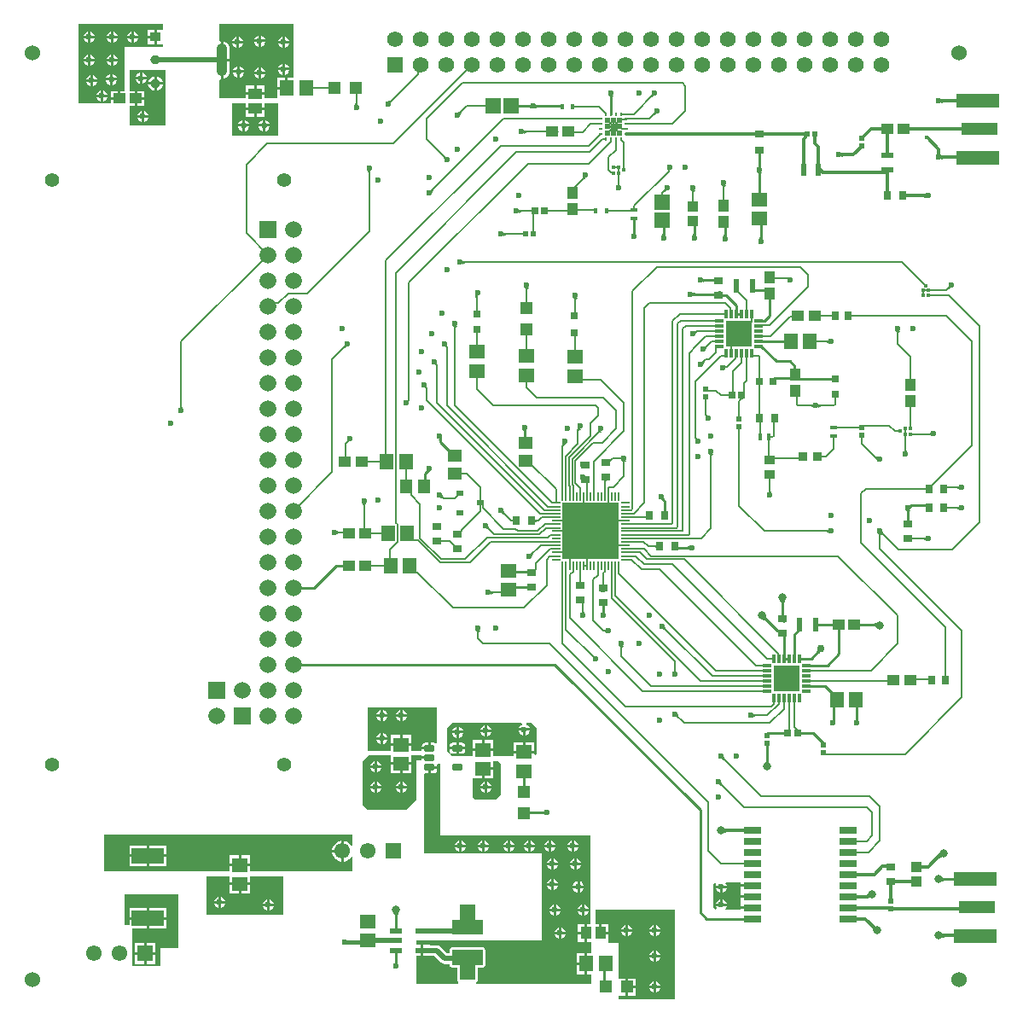
<source format=gtl>
%FSLAX23Y23*%
%MOIN*%
%SFA1B1*%

%IPPOS*%
%AMD33*
4,1,8,0.002600,0.062600,-0.002600,0.062600,-0.019800,0.045400,-0.019800,-0.045400,-0.002600,-0.062600,0.002600,-0.062600,0.019800,-0.045400,0.019800,0.045400,0.002600,0.062600,0.0*
1,1,0.034400,0.002600,0.045400*
1,1,0.034400,-0.002600,0.045400*
1,1,0.034400,-0.002600,-0.045400*
1,1,0.034400,0.002600,-0.045400*
%
%AMD34*
4,1,8,0.002600,0.017200,-0.002600,0.017200,-0.019800,0.000000,-0.019800,0.000000,-0.002600,-0.017200,0.002600,-0.017200,0.019800,0.000000,0.019800,0.000000,0.002600,0.017200,0.0*
1,1,0.034340,0.002600,0.000000*
1,1,0.034340,-0.002600,0.000000*
1,1,0.034340,-0.002600,0.000000*
1,1,0.034340,0.002600,0.000000*
%
%AMD48*
4,1,8,-0.019700,0.009800,-0.019700,-0.009800,-0.017700,-0.011800,0.017700,-0.011800,0.019700,-0.009800,0.019700,0.009800,0.017700,0.011800,-0.017700,0.011800,-0.019700,0.009800,0.0*
1,1,0.004020,-0.017700,0.009800*
1,1,0.004020,-0.017700,-0.009800*
1,1,0.004020,0.017700,-0.009800*
1,1,0.004020,0.017700,0.009800*
%
%ADD15C,0.010000*%
%ADD18C,0.007090*%
%ADD20C,0.063120*%
%ADD21R,0.020290X0.018600*%
%ADD22R,0.018600X0.020290*%
%ADD23R,0.039850X0.045600*%
%ADD24R,0.061270X0.057270*%
%ADD25R,0.045600X0.039850*%
%ADD26R,0.053150X0.041340*%
%ADD27R,0.057270X0.061270*%
%ADD28R,0.025590X0.027560*%
%ADD29R,0.028160X0.026480*%
%ADD30R,0.041340X0.051180*%
%ADD31R,0.053150X0.061020*%
%ADD32R,0.061020X0.053150*%
G04~CAMADD=33~8~0.0~0.0~395.4~1252.8~172.0~0.0~15~0.0~0.0~0.0~0.0~0~0.0~0.0~0.0~0.0~0~0.0~0.0~0.0~0.0~395.4~1252.8*
%ADD33D33*%
G04~CAMADD=34~8~0.0~0.0~395.4~343.4~171.7~0.0~15~0.0~0.0~0.0~0.0~0~0.0~0.0~0.0~0.0~0~0.0~0.0~0.0~0.0~395.4~343.4*
%ADD34D34*%
%ADD35R,0.039540X0.034340*%
%ADD36R,0.125980X0.059840*%
%ADD37R,0.016230X0.024100*%
%ADD38R,0.009840X0.014170*%
%ADD39R,0.035430X0.031500*%
%ADD40R,0.031500X0.035430*%
%ADD41R,0.031500X0.031500*%
%ADD42R,0.035430X0.025590*%
%ADD43R,0.029530X0.033470*%
%ADD44R,0.045460X0.053630*%
%ADD45R,0.053630X0.045460*%
%ADD46R,0.025590X0.013780*%
%ADD47R,0.012290X0.020160*%
G04~CAMADD=48~8~0.0~0.0~236.2~393.7~20.1~0.0~15~0.0~0.0~0.0~0.0~0~0.0~0.0~0.0~0.0~0~0.0~0.0~0.0~90.0~394.0~237.0*
%ADD48D48*%
%ADD49R,0.037720X0.035910*%
%ADD50R,0.049520X0.039850*%
%ADD51R,0.039850X0.049520*%
%ADD52R,0.059240X0.061270*%
%ADD53R,0.061270X0.059240*%
%ADD54R,0.029530X0.031500*%
%ADD55R,0.029530X0.035430*%
%ADD56R,0.039850X0.045620*%
%ADD57R,0.045620X0.039850*%
%ADD58R,0.041340X0.037400*%
%ADD59R,0.035430X0.029530*%
%ADD60R,0.039370X0.041340*%
%ADD61R,0.220870X0.220870*%
%ADD62R,0.005910X0.033470*%
%ADD63R,0.033470X0.005910*%
%ADD64R,0.045280X0.022440*%
%ADD65R,0.022440X0.045280*%
%ADD66R,0.047240X0.047240*%
%ADD67R,0.011810X0.014760*%
%ADD68R,0.014000X0.010000*%
%ADD69R,0.010000X0.014000*%
%ADD70R,0.019000X0.019000*%
%ADD71R,0.014760X0.011810*%
%ADD72R,0.070870X0.031500*%
%ADD73R,0.013780X0.025590*%
%ADD74R,0.165350X0.053150*%
%ADD75R,0.141730X0.050000*%
%ADD76R,0.023620X0.057090*%
%ADD77R,0.031500X0.035430*%
%ADD78R,0.047240X0.047240*%
%ADD79R,0.033470X0.011810*%
%ADD80R,0.011810X0.033470*%
%ADD81R,0.104330X0.104330*%
%ADD82R,0.070870X0.027560*%
%ADD83R,0.047240X0.023620*%
%ADD90R,0.027560X0.023620*%
%ADD110C,0.061810*%
%ADD111R,0.061810X0.061810*%
%ADD119C,0.005910*%
%ADD120C,0.020000*%
%ADD121C,0.015000*%
%ADD122C,0.013570*%
%ADD123C,0.013500*%
%ADD124C,0.013580*%
%ADD125C,0.019680*%
%ADD126C,0.013570*%
%ADD127C,0.060000*%
%ADD128C,0.055120*%
%ADD129C,0.065550*%
%ADD130R,0.065550X0.065550*%
%ADD131R,0.061020X0.061020*%
%ADD132C,0.061020*%
%ADD133C,0.023620*%
%ADD134C,0.031500*%
%ADD135C,0.030000*%
%LNconcentrator_pcb-1*%
%LPD*%
G36*
X2589Y3608D02*
X2588Y3608D01*
X2587Y3608*
X2586Y3607*
X2585Y3607*
X2583Y3607*
X2582Y3606*
X2582Y3606*
X2581Y3605*
X2580Y3605*
X2579Y3604*
X2574Y3609*
X2575Y3610*
X2575Y3611*
X2576Y3612*
X2576Y3612*
X2577Y3613*
X2577Y3615*
X2577Y3616*
X2578Y3617*
X2578Y3618*
X2578Y3619*
X2589Y3608*
G37*
G36*
X2427Y3610D02*
X2427Y3610D01*
X2426Y3609*
X2426Y3608*
X2425Y3607*
X2425Y3606*
X2425Y3605*
X2425Y3604*
X2425Y3603*
X2425Y3602*
X2415*
X2414Y3603*
X2414Y3604*
X2414Y3605*
X2414Y3606*
X2414Y3607*
X2413Y3608*
X2413Y3609*
X2412Y3610*
X2412Y3610*
X2411Y3611*
X2428*
X2427Y3610*
G37*
G36*
X1180Y3680D02*
X1156D01*
Y3640*
X1151*
Y3635*
X1115*
Y3600*
X1066*
Y3614*
X1030*
X993*
Y3600*
X890*
Y3673*
X894Y3677*
Y3750*
Y3822*
X890Y3826*
Y3890*
X1180*
Y3680*
G37*
G36*
X3844Y3582D02*
X3844Y3582D01*
X3843Y3582*
X3843Y3582*
X3842Y3582*
X3841Y3582*
X3840Y3583*
X3837Y3583*
X3836Y3583*
X3834Y3596*
X3835Y3596*
X3839Y3597*
X3840Y3597*
X3840Y3597*
X3841Y3597*
X3842Y3597*
X3842Y3598*
X3842Y3598*
X3844Y3582*
G37*
G36*
X3708Y3597D02*
X3709Y3597D01*
X3709Y3597*
X3710Y3597*
X3711Y3597*
X3712Y3597*
X3714Y3596*
X3716Y3596*
Y3583*
X3715Y3583*
X3712Y3582*
X3711Y3582*
X3710Y3582*
X3709Y3582*
X3709Y3582*
X3708Y3582*
X3708Y3581*
Y3598*
X3708Y3597*
G37*
G36*
X670Y3867D02*
X645D01*
Y3840*
Y3812*
X670*
Y3800*
X520*
Y3629*
X502*
Y3600*
X497*
Y3595*
X464*
Y3580*
X340*
Y3890*
X670*
Y3867*
G37*
G36*
X1563Y3590D02*
X1562Y3589D01*
X1561Y3588*
X1561Y3587*
X1560Y3586*
X1560Y3585*
X1560Y3584*
X1560Y3583*
X1559Y3581*
X1559Y3580*
X1559Y3579*
X1548Y3590*
X1549Y3590*
X1552Y3591*
X1553Y3591*
X1554Y3591*
X1555Y3591*
X1556Y3592*
X1557Y3592*
X1558Y3593*
X1559Y3594*
X1563Y3590*
G37*
G36*
X1428Y3582D02*
X1428Y3581D01*
X1428Y3580*
X1428Y3579*
X1429Y3578*
X1429Y3577*
X1430Y3576*
X1431Y3575*
X1431Y3574*
X1432Y3573*
X1416*
X1417Y3574*
X1418Y3575*
X1418Y3576*
X1419Y3577*
X1419Y3578*
X1420Y3579*
X1420Y3580*
X1420Y3581*
X1420Y3582*
X1421Y3583*
X1428*
X1428Y3582*
G37*
G36*
X1120Y3455D02*
X940D01*
Y3580*
X993*
Y3565*
X1030*
X1066*
Y3580*
X1120*
Y3455*
G37*
G36*
X2124Y3577D02*
X2124Y3577D01*
X2125Y3576*
X2126Y3576*
X2127Y3575*
X2128Y3575*
X2129Y3575*
X2130Y3575*
X2131Y3575*
X2132Y3575*
Y3565*
X2131Y3564*
X2130Y3564*
X2129Y3564*
X2128Y3564*
X2127Y3564*
X2126Y3563*
X2125Y3563*
X2124Y3562*
X2124Y3562*
X2123Y3561*
Y3578*
X2124Y3577*
G37*
G36*
X2106Y3561D02*
X2105Y3562D01*
X2105Y3562*
X2104Y3563*
X2103Y3563*
X2102Y3564*
X2101Y3564*
X2100Y3564*
X2099Y3564*
X2098Y3564*
X2097Y3565*
Y3575*
X2098Y3575*
X2099Y3575*
X2100Y3575*
X2101Y3575*
X2102Y3575*
X2103Y3576*
X2104Y3576*
X2105Y3577*
X2105Y3577*
X2106Y3578*
Y3561*
G37*
G36*
X1835Y3545D02*
X1834Y3544D01*
X1834Y3543*
X1833Y3542*
X1833Y3542*
X1832Y3541*
X1832Y3539*
X1832Y3538*
X1831Y3537*
X1831Y3536*
X1831Y3535*
X1820Y3546*
X1821Y3546*
X1822Y3546*
X1823Y3547*
X1824Y3547*
X1826Y3547*
X1827Y3548*
X1827Y3548*
X1828Y3549*
X1829Y3549*
X1830Y3550*
X1835Y3545*
G37*
G36*
X2599Y3538D02*
X2598Y3538D01*
X2597Y3538*
X2596Y3537*
X2595Y3537*
X2593Y3537*
X2592Y3536*
X2592Y3536*
X2591Y3535*
X2590Y3535*
X2589Y3534*
X2584Y3539*
X2585Y3540*
X2585Y3541*
X2586Y3542*
X2586Y3542*
X2587Y3543*
X2587Y3545*
X2587Y3546*
X2588Y3547*
X2588Y3548*
X2588Y3549*
X2599Y3538*
G37*
G36*
X2433Y3506D02*
X2433Y3505D01*
X2433Y3504*
X2433Y3503*
X2434Y3502*
X2434Y3502*
X2435Y3502*
X2436Y3502*
X2437Y3503*
X2437Y3504*
X2438Y3504*
X2439Y3505*
X2445Y3501*
X2444Y3500*
X2443Y3499*
X2443Y3498*
X2443Y3497*
X2442Y3496*
X2442Y3495*
X2442Y3495*
X2442Y3495*
X2443Y3495*
X2444Y3494*
X2445Y3494*
X2446Y3494*
X2447Y3494*
X2448Y3494*
X2449Y3486*
X2448Y3486*
X2447Y3486*
X2446Y3486*
X2445Y3486*
X2444Y3485*
X2443Y3485*
X2443Y3484*
X2443Y3484*
X2443Y3483*
X2444Y3482*
X2444Y3481*
X2445Y3480*
X2445Y3479*
X2446Y3478*
X2441Y3473*
X2440Y3474*
X2439Y3474*
X2438Y3475*
X2437Y3475*
X2436Y3476*
X2435Y3476*
X2435Y3476*
X2434Y3476*
X2434Y3475*
X2433Y3474*
X2433Y3473*
X2433Y3472*
X2433Y3471*
X2433Y3470*
X2425Y3471*
X2425Y3472*
X2425Y3473*
X2425Y3474*
X2425Y3475*
X2424Y3476*
X2424Y3477*
X2424Y3477*
X2424Y3477*
X2423Y3477*
X2422Y3477*
X2421Y3476*
X2420Y3476*
X2419Y3475*
X2418Y3474*
X2414Y3480*
X2415Y3481*
X2415Y3482*
X2416Y3483*
X2417Y3483*
X2417Y3484*
X2417Y3485*
X2417Y3485*
X2416Y3486*
X2415Y3486*
X2414Y3486*
X2413Y3486*
X2412Y3486*
X2413Y3494*
X2414Y3494*
X2415Y3494*
X2416Y3494*
X2417Y3494*
X2418Y3495*
X2417Y3496*
X2417Y3497*
X2416Y3497*
X2416Y3498*
X2415Y3499*
X2420Y3504*
X2421Y3503*
X2422Y3503*
X2422Y3502*
X2423Y3502*
X2424Y3501*
X2424Y3501*
X2425Y3502*
X2425Y3503*
X2425Y3504*
X2425Y3505*
X2425Y3506*
X2433Y3507*
X2433Y3506*
G37*
G36*
X680Y3575D02*
Y3495D01*
X540*
Y3570*
X557*
Y3600*
Y3629*
X540*
Y3710*
X680*
Y3575*
G37*
G36*
X2079Y3477D02*
X2080Y3476D01*
X2081Y3475*
X2082Y3475*
X2083Y3474*
X2084Y3474*
X2085Y3473*
X2086Y3473*
X2087Y3473*
X2088Y3473*
Y3466*
X2087Y3466*
X2086Y3466*
X2085Y3466*
X2084Y3465*
X2083Y3465*
X2082Y3464*
X2081Y3464*
X2080Y3463*
X2079Y3462*
X2078Y3461*
Y3478*
X2079Y3477*
G37*
G36*
X3706Y3385D02*
X3707Y3382D01*
X3707Y3381*
X3707Y3380*
X3707Y3379*
X3707Y3379*
X3707Y3378*
X3708Y3378*
X3691*
X3692Y3378*
X3692Y3379*
X3692Y3379*
X3692Y3380*
X3692Y3381*
X3692Y3382*
X3693Y3384*
X3693Y3386*
X3706*
X3706Y3385*
G37*
G36*
X3318Y3387D02*
X3319Y3387D01*
X3319Y3387*
X3320Y3387*
X3321Y3387*
X3322Y3387*
X3324Y3386*
X3326Y3386*
Y3373*
X3325Y3373*
X3322Y3372*
X3321Y3372*
X3320Y3372*
X3319Y3372*
X3319Y3372*
X3318Y3372*
X3318Y3371*
Y3388*
X3318Y3387*
G37*
G36*
X3708Y3377D02*
X3709Y3377D01*
X3709Y3377*
X3710Y3377*
X3711Y3377*
X3712Y3377*
X3714Y3376*
X3716Y3376*
Y3363*
X3715Y3363*
X3712Y3362*
X3711Y3362*
X3710Y3362*
X3709Y3362*
X3709Y3362*
X3708Y3362*
X3708Y3361*
Y3378*
X3708Y3377*
G37*
G36*
X3842Y3361D02*
X3842Y3361D01*
X3842Y3362*
X3841Y3362*
X3840Y3362*
X3840Y3362*
X3839Y3362*
X3838Y3363*
X3835Y3363*
X3834Y3363*
X3836Y3376*
X3837Y3376*
X3841Y3377*
X3842Y3377*
X3843Y3377*
X3843Y3377*
X3844Y3377*
X3844Y3377*
X3842Y3361*
G37*
G36*
X1770Y3374D02*
X1771Y3374D01*
X1772Y3373*
X1772Y3373*
X1773Y3372*
X1775Y3372*
X1776Y3372*
X1777Y3371*
X1778Y3371*
X1779Y3371*
X1768Y3360*
X1768Y3361*
X1768Y3362*
X1767Y3363*
X1767Y3364*
X1767Y3366*
X1766Y3367*
X1766Y3367*
X1765Y3368*
X1765Y3369*
X1764Y3370*
X1769Y3375*
X1770Y3374*
G37*
G36*
X3005Y3336D02*
X3005Y3335D01*
X3005Y3334*
X3005Y3333*
X3005Y3332*
X3006Y3331*
X3006Y3330*
X3007Y3329*
X3007Y3329*
X3008Y3328*
X2991*
X2992Y3329*
X2992Y3329*
X2993Y3330*
X2993Y3331*
X2994Y3332*
X2994Y3333*
X2994Y3334*
X2994Y3335*
X2994Y3336*
X2995Y3337*
X3005*
X3005Y3336*
G37*
G36*
X1481Y3319D02*
X1479Y3317D01*
X1478Y3316*
X1478Y3315*
X1477Y3314*
X1477Y3313*
X1477Y3312*
X1477Y3311*
X1476Y3310*
X1471*
X1470Y3311*
X1470Y3312*
X1470Y3313*
X1470Y3314*
X1469Y3315*
X1469Y3316*
X1468Y3317*
X1467Y3318*
X1466Y3319*
X1465Y3320*
X1482*
X1481Y3319*
G37*
G36*
X3007Y3310D02*
X3007Y3310D01*
X3006Y3309*
X3006Y3308*
X3005Y3307*
X3005Y3306*
X3005Y3305*
X3005Y3304*
X3005Y3303*
X3005Y3302*
X2995*
X2994Y3303*
X2994Y3304*
X2994Y3305*
X2994Y3306*
X2994Y3307*
X2993Y3308*
X2993Y3309*
X2992Y3310*
X2992Y3310*
X2991Y3311*
X3008*
X3007Y3310*
G37*
G36*
X2323Y3288D02*
X2321Y3288D01*
X2319Y3287*
X2318Y3286*
X2316Y3285*
X2315Y3285*
X2314Y3284*
X2313Y3284*
X2312Y3283*
X2306Y3286*
X2307Y3287*
X2307Y3288*
X2308Y3289*
X2308Y3290*
X2308Y3291*
X2309Y3292*
X2309Y3293*
X2309Y3294*
X2308Y3295*
X2308Y3296*
X2323Y3288*
G37*
G36*
X2453Y3268D02*
X2453Y3267D01*
X2453Y3266*
X2453Y3265*
X2453Y3264*
X2454Y3263*
X2455Y3262*
X2455Y3261*
X2456Y3260*
X2457Y3259*
X2458Y3258*
X2441Y3258*
X2442Y3259*
X2443Y3260*
X2444Y3261*
X2445Y3262*
X2445Y3263*
X2446Y3264*
X2446Y3265*
X2446Y3266*
X2447Y3267*
X2447Y3268*
X2453Y3268*
G37*
G36*
X2867Y3260D02*
X2866Y3259D01*
X2865Y3258*
X2865Y3257*
X2864Y3256*
X2864Y3255*
X2863Y3254*
X2863Y3253*
X2863Y3252*
X2863Y3251*
X2856*
X2856Y3252*
X2856Y3253*
X2856Y3254*
X2855Y3255*
X2855Y3256*
X2854Y3257*
X2854Y3258*
X2853Y3259*
X2852Y3260*
X2851Y3261*
X2868*
X2867Y3260*
G37*
G36*
X2639Y3238D02*
X2638Y3238D01*
X2637Y3238*
X2636Y3237*
X2635Y3237*
X2633Y3237*
X2632Y3236*
X2632Y3236*
X2631Y3235*
X2630Y3235*
X2629Y3234*
X2624Y3239*
X2625Y3240*
X2625Y3241*
X2626Y3242*
X2626Y3242*
X2627Y3243*
X2627Y3245*
X2627Y3246*
X2628Y3247*
X2628Y3248*
X2628Y3249*
X2639Y3238*
G37*
G36*
X2747Y3240D02*
X2746Y3239D01*
X2745Y3238*
X2745Y3237*
X2744Y3236*
X2744Y3235*
X2743Y3234*
X2743Y3233*
X2743Y3232*
X2743Y3231*
X2736*
X2736Y3232*
X2736Y3233*
X2736Y3234*
X2735Y3235*
X2735Y3236*
X2734Y3237*
X2734Y3238*
X2733Y3239*
X2732Y3240*
X2731Y3241*
X2748*
X2747Y3240*
G37*
G36*
X1725Y3240D02*
X1724Y3239D01*
X1724Y3238*
X1723Y3237*
X1723Y3237*
X1722Y3236*
X1722Y3234*
X1722Y3233*
X1721Y3232*
X1721Y3231*
X1721Y3230*
X1710Y3241*
X1711Y3241*
X1712Y3241*
X1713Y3242*
X1714Y3242*
X1716Y3242*
X1717Y3243*
X1717Y3243*
X1718Y3244*
X1719Y3244*
X1720Y3245*
X1725Y3240*
G37*
G36*
X3651Y3211D02*
X3651Y3212D01*
X3650Y3212*
X3650Y3212*
X3649Y3212*
X3648Y3212*
X3647Y3212*
X3645Y3213*
X3643Y3213*
Y3226*
X3644Y3226*
X3647Y3227*
X3648Y3227*
X3649Y3227*
X3650Y3227*
X3650Y3227*
X3651Y3227*
X3651Y3228*
Y3211*
G37*
G36*
X2059Y3167D02*
X2060Y3166D01*
X2061Y3165*
X2062Y3165*
X2063Y3164*
X2064Y3164*
X2065Y3163*
X2066Y3163*
X2067Y3163*
X2068Y3163*
Y3156*
X2067Y3156*
X2066Y3156*
X2065Y3156*
X2064Y3155*
X2063Y3155*
X2062Y3154*
X2061Y3154*
X2060Y3153*
X2059Y3152*
X2058Y3151*
Y3168*
X2059Y3167*
G37*
G36*
X2515Y3076D02*
X2515Y3075D01*
X2515Y3074*
X2515Y3073*
X2515Y3072*
X2516Y3071*
X2516Y3070*
X2517Y3069*
X2517Y3069*
X2518Y3068*
X2501*
X2502Y3069*
X2502Y3069*
X2503Y3070*
X2503Y3071*
X2504Y3072*
X2504Y3073*
X2504Y3074*
X2504Y3075*
X2504Y3076*
X2505Y3077*
X2515*
X2515Y3076*
G37*
G36*
X2750Y3071D02*
X2750Y3070D01*
X2750Y3069*
X2750Y3068*
X2750Y3067*
X2751Y3066*
X2751Y3065*
X2752Y3064*
X2752Y3064*
X2753Y3063*
X2736*
X2737Y3064*
X2737Y3064*
X2738Y3065*
X2738Y3066*
X2739Y3067*
X2739Y3068*
X2739Y3069*
X2739Y3070*
X2739Y3071*
X2740Y3072*
X2750*
X2750Y3071*
G37*
G36*
X2630D02*
X2630Y3070D01*
X2630Y3069*
X2630Y3068*
X2630Y3067*
X2631Y3066*
X2631Y3065*
X2632Y3064*
X2632Y3064*
X2633Y3063*
X2616*
X2617Y3064*
X2617Y3064*
X2618Y3065*
X2618Y3066*
X2619Y3067*
X2619Y3068*
X2619Y3069*
X2619Y3070*
X2619Y3071*
X2620Y3072*
X2630*
X2630Y3071*
G37*
G36*
X1999Y3077D02*
X2000Y3076D01*
X2001Y3075*
X2002Y3075*
X2003Y3074*
X2004Y3074*
X2005Y3073*
X2006Y3073*
X2007Y3073*
X2008Y3073*
Y3066*
X2007Y3066*
X2006Y3066*
X2005Y3066*
X2004Y3065*
X2003Y3065*
X2002Y3064*
X2001Y3064*
X2000Y3063*
X1999Y3062*
X1998Y3061*
Y3078*
X1999Y3077*
G37*
G36*
X2870Y3066D02*
X2870Y3065D01*
X2870Y3064*
X2870Y3063*
X2870Y3062*
X2871Y3061*
X2871Y3060*
X2872Y3059*
X2872Y3059*
X2873Y3058*
X2856*
X2857Y3059*
X2857Y3059*
X2858Y3060*
X2858Y3061*
X2859Y3062*
X2859Y3063*
X2859Y3064*
X2859Y3065*
X2859Y3066*
X2860Y3067*
X2870*
X2870Y3066*
G37*
G36*
X3010Y3056D02*
X3010Y3055D01*
X3010Y3054*
X3010Y3053*
X3010Y3052*
X3011Y3051*
X3011Y3050*
X3012Y3049*
X3012Y3049*
X3013Y3048*
X2996*
X2997Y3049*
X2997Y3049*
X2998Y3050*
X2998Y3051*
X2999Y3052*
X2999Y3053*
X2999Y3054*
X2999Y3055*
X2999Y3056*
X3000Y3057*
X3010*
X3010Y3056*
G37*
G36*
X1839Y2967D02*
X1840Y2966D01*
X1841Y2965*
X1842Y2965*
X1843Y2964*
X1844Y2964*
X1845Y2963*
X1846Y2963*
X1847Y2963*
X1848Y2963*
Y2956*
X1847Y2956*
X1846Y2956*
X1845Y2956*
X1844Y2955*
X1843Y2955*
X1842Y2954*
X1841Y2954*
X1840Y2953*
X1839Y2952*
X1838Y2951*
Y2968*
X1839Y2967*
G37*
G36*
X2779Y2897D02*
X2779Y2897D01*
X2780Y2896*
X2781Y2896*
X2782Y2895*
X2783Y2895*
X2784Y2895*
X2785Y2895*
X2786Y2895*
X2787Y2895*
Y2885*
X2786Y2884*
X2785Y2884*
X2784Y2884*
X2783Y2884*
X2782Y2884*
X2781Y2883*
X2780Y2883*
X2779Y2882*
X2779Y2882*
X2778Y2881*
Y2898*
X2779Y2897*
G37*
G36*
X3749Y2858D02*
X3748Y2858D01*
X3747Y2858*
X3746Y2857*
X3745Y2857*
X3743Y2857*
X3742Y2856*
X3742Y2856*
X3741Y2855*
X3740Y2855*
X3739Y2854*
X3734Y2859*
X3735Y2860*
X3735Y2861*
X3736Y2862*
X3736Y2862*
X3737Y2863*
X3737Y2865*
X3737Y2866*
X3738Y2867*
X3738Y2868*
X3738Y2869*
X3749Y2858*
G37*
G36*
X2097Y2860D02*
X2096Y2859D01*
X2095Y2858*
X2095Y2857*
X2094Y2856*
X2094Y2855*
X2093Y2854*
X2093Y2853*
X2093Y2852*
X2093Y2851*
X2086*
X2086Y2852*
X2086Y2853*
X2086Y2854*
X2085Y2855*
X2085Y2856*
X2084Y2857*
X2084Y2858*
X2083Y2859*
X2082Y2860*
X2081Y2861*
X2098*
X2097Y2860*
G37*
G36*
X2739Y2842D02*
X2739Y2842D01*
X2740Y2841*
X2741Y2841*
X2742Y2840*
X2743Y2840*
X2744Y2840*
X2745Y2840*
X2746Y2840*
X2747Y2840*
Y2830*
X2746Y2829*
X2745Y2829*
X2744Y2829*
X2743Y2829*
X2742Y2829*
X2741Y2828*
X2740Y2828*
X2739Y2827*
X2739Y2827*
X2738Y2826*
Y2843*
X2739Y2842*
G37*
G36*
X1903Y2828D02*
X1902Y2828D01*
X1901Y2827*
X1900Y2827*
X1899Y2826*
X1899Y2826*
X1898Y2825*
X1898Y2824*
X1898Y2823*
X1898Y2822*
X1898Y2821*
X1890Y2822*
X1890Y2823*
X1890Y2828*
X1890Y2829*
X1889Y2833*
X1889Y2834*
X1888Y2836*
X1903Y2828*
G37*
G36*
X2287Y2820D02*
X2286Y2819D01*
X2285Y2818*
X2285Y2817*
X2284Y2816*
X2284Y2815*
X2283Y2814*
X2283Y2813*
X2283Y2812*
X2283Y2811*
X2276*
X2276Y2812*
X2276Y2813*
X2276Y2814*
X2275Y2815*
X2275Y2816*
X2274Y2817*
X2274Y2818*
X2273Y2819*
X2272Y2820*
X2271Y2821*
X2288*
X2287Y2820*
G37*
G36*
X1817Y2710D02*
X1815Y2708D01*
X1814Y2707*
X1814Y2706*
X1813Y2705*
X1813Y2704*
X1813Y2703*
X1813Y2702*
X1812Y2701*
X1807*
X1806Y2702*
X1806Y2703*
X1806Y2704*
X1806Y2705*
X1805Y2706*
X1805Y2707*
X1804Y2708*
X1803Y2709*
X1802Y2710*
X1801Y2711*
X1818*
X1817Y2710*
G37*
G36*
X2955Y2710D02*
X2954Y2709D01*
X2954Y2708*
X2953Y2707*
X2953Y2707*
X2952Y2706*
X2952Y2704*
X2952Y2703*
X2951Y2702*
X2951Y2701*
X2951Y2700*
X2940Y2711*
X2941Y2711*
X2942Y2711*
X2943Y2712*
X2944Y2712*
X2946Y2712*
X2947Y2713*
X2947Y2713*
X2948Y2714*
X2949Y2714*
X2950Y2715*
X2955Y2710*
G37*
G36*
X2756Y2688D02*
X2755Y2687D01*
X2755Y2686*
X2754Y2686*
X2754Y2685*
X2753Y2684*
X2752Y2681*
X2752Y2680*
X2751Y2677*
X2742Y2691*
X2744Y2691*
X2745Y2691*
X2746Y2690*
X2747Y2690*
X2748Y2691*
X2749Y2691*
X2750Y2691*
X2751Y2692*
X2752Y2692*
X2753Y2693*
X2756Y2688*
G37*
G36*
X3547Y2690D02*
X3546Y2689D01*
X3545Y2688*
X3545Y2687*
X3544Y2686*
X3544Y2685*
X3543Y2684*
X3543Y2683*
X3543Y2682*
X3543Y2681*
X3536*
X3536Y2682*
X3536Y2683*
X3536Y2684*
X3535Y2685*
X3535Y2686*
X3534Y2687*
X3534Y2688*
X3533Y2689*
X3532Y2690*
X3531Y2691*
X3548*
X3547Y2690*
G37*
G36*
X2918Y2673D02*
X2917Y2673D01*
X2912Y2671*
X2911Y2670*
X2909Y2669*
X2908Y2668*
X2908Y2668*
X2902Y2670*
X2903Y2671*
X2903Y2672*
X2904Y2673*
X2904Y2674*
X2904Y2675*
X2904Y2676*
X2904Y2677*
X2904Y2678*
X2904Y2679*
X2903Y2680*
X2918Y2673*
G37*
G36*
X3111Y2645D02*
X3111Y2645D01*
X3110Y2646*
X3109Y2646*
X3108Y2647*
X3107Y2647*
X3106Y2647*
X3105Y2648*
X3104Y2648*
X3103Y2648*
X3102Y2648*
Y2658*
X3103Y2658*
X3104Y2658*
X3105Y2658*
X3106Y2658*
X3107Y2659*
X3108Y2659*
X3109Y2659*
X3110Y2660*
X3111Y2660*
X3111Y2661*
Y2645*
G37*
G36*
X3271Y2641D02*
X3270Y2642D01*
X3269Y2643*
X3268Y2644*
X3267Y2644*
X3266Y2645*
X3265Y2645*
X3264Y2646*
X3263Y2646*
X3262Y2646*
X3261Y2646*
Y2653*
X3262Y2653*
X3263Y2653*
X3264Y2653*
X3265Y2654*
X3266Y2654*
X3267Y2655*
X3268Y2655*
X3269Y2656*
X3270Y2657*
X3271Y2658*
Y2641*
G37*
G36*
X1780Y2633D02*
X1780Y2633D01*
Y2633*
X1780Y2632*
X1780Y2632*
X1780Y2631*
X1780Y2631*
X1781Y2630*
X1781Y2630*
X1782Y2629*
X1777Y2625*
X1777Y2626*
X1776Y2627*
X1775Y2627*
X1774Y2627*
X1774Y2628*
X1773Y2628*
X1773Y2628*
X1773Y2628*
X1772Y2628*
X1780Y2634*
X1780Y2633*
G37*
G36*
X1389Y2628D02*
X1388Y2628D01*
X1385Y2627*
X1384Y2627*
X1383Y2627*
X1382Y2627*
X1381Y2626*
X1380Y2626*
X1379Y2625*
X1378Y2624*
X1374Y2628*
X1375Y2629*
X1376Y2630*
X1376Y2631*
X1377Y2632*
X1377Y2633*
X1377Y2634*
X1377Y2635*
X1378Y2637*
X1378Y2638*
X1378Y2639*
X1389Y2628*
G37*
G36*
X2795Y2631D02*
X2794Y2630D01*
X2793Y2629*
X2793Y2628*
X2792Y2627*
X2792Y2626*
X2792Y2625*
X2792Y2624*
X2791Y2622*
X2791Y2621*
X2791Y2620*
X2780Y2631*
X2781Y2631*
X2784Y2632*
X2785Y2632*
X2786Y2632*
X2787Y2632*
X2788Y2633*
X2789Y2633*
X2790Y2634*
X2791Y2635*
X2795Y2631*
G37*
G36*
X2785Y2571D02*
X2784Y2570D01*
X2783Y2569*
X2783Y2568*
X2782Y2567*
X2782Y2566*
X2782Y2565*
X2782Y2564*
X2781Y2562*
X2781Y2561*
X2781Y2560*
X2770Y2571*
X2771Y2571*
X2774Y2572*
X2775Y2572*
X2776Y2572*
X2777Y2572*
X2778Y2573*
X2779Y2573*
X2780Y2574*
X2781Y2575*
X2785Y2571*
G37*
G36*
X1740Y2563D02*
X1740Y2563D01*
Y2563*
X1740Y2562*
X1740Y2562*
X1740Y2561*
X1740Y2561*
X1741Y2560*
X1741Y2560*
X1742Y2559*
X1737Y2555*
X1737Y2556*
X1736Y2557*
X1735Y2557*
X1734Y2557*
X1734Y2558*
X1733Y2558*
X1733Y2558*
X1733Y2558*
X1732Y2558*
X1740Y2564*
X1740Y2563*
G37*
G36*
X2863Y2558D02*
X2865Y2557D01*
X2866Y2556*
X2867Y2556*
X2868Y2556*
X2869Y2556*
X2871Y2555*
X2872Y2555*
X2873Y2549*
X2872Y2549*
X2872Y2549*
X2871Y2549*
X2870Y2549*
X2870Y2548*
X2869Y2548*
X2869Y2547*
X2868Y2546*
X2868Y2546*
X2868Y2545*
X2862Y2558*
X2863Y2558*
G37*
G36*
X1700Y2473D02*
X1700Y2473D01*
Y2473*
X1700Y2472*
X1700Y2472*
X1700Y2471*
X1700Y2471*
X1701Y2470*
X1701Y2470*
X1702Y2469*
X1697Y2465*
X1697Y2466*
X1696Y2467*
X1695Y2467*
X1694Y2467*
X1694Y2468*
X1693Y2468*
X1693Y2468*
X1693Y2468*
X1692Y2468*
X1700Y2474*
X1700Y2473*
G37*
G36*
X1632Y2420D02*
X1631Y2419D01*
X1631Y2419*
X1630Y2418*
X1630Y2418*
X1630Y2417*
X1630Y2417*
X1630Y2416*
Y2416*
X1630Y2416*
X1630Y2415*
X1622Y2421*
X1623Y2421*
X1623Y2421*
X1623Y2421*
X1624Y2421*
X1624Y2422*
X1625Y2422*
X1626Y2422*
X1626Y2423*
X1627Y2424*
X1632Y2420*
G37*
G36*
X3229Y2407D02*
X3230Y2406D01*
X3231Y2405*
X3232Y2405*
X3233Y2404*
X3234Y2404*
X3235Y2403*
X3236Y2403*
X3237Y2403*
X3238Y2403*
Y2396*
X3237Y2396*
X3236Y2396*
X3235Y2396*
X3234Y2395*
X3233Y2395*
X3232Y2394*
X3231Y2394*
X3230Y2393*
X3229Y2392*
X3228Y2391*
Y2408*
X3229Y2407*
G37*
G36*
X3211Y2391D02*
X3210Y2392D01*
X3209Y2393*
X3208Y2394*
X3207Y2394*
X3206Y2395*
X3205Y2395*
X3204Y2396*
X3203Y2396*
X3202Y2396*
X3201Y2396*
Y2403*
X3202Y2403*
X3203Y2403*
X3204Y2403*
X3205Y2404*
X3206Y2404*
X3207Y2405*
X3208Y2405*
X3209Y2406*
X3210Y2407*
X3211Y2408*
Y2391*
G37*
G36*
X743Y2397D02*
X743Y2396D01*
X743Y2395*
X744Y2394*
X744Y2393*
X745Y2392*
X745Y2391*
X746Y2390*
X747Y2389*
X748Y2388*
X731*
X732Y2389*
X733Y2390*
X734Y2391*
X734Y2392*
X735Y2393*
X735Y2394*
X736Y2395*
X736Y2396*
X736Y2397*
X736Y2398*
X743*
X743Y2397*
G37*
G36*
X2793Y2365D02*
X2794Y2365D01*
X2794Y2364*
X2795Y2363*
X2796Y2363*
X2797Y2362*
X2798Y2362*
X2799Y2362*
X2800Y2361*
X2801Y2361*
X2789Y2354*
X2789Y2355*
X2789Y2356*
X2789Y2357*
X2789Y2358*
X2789Y2359*
X2789Y2359*
X2789Y2360*
X2789Y2361*
X2788Y2362*
X2787Y2362*
X2792Y2366*
X2793Y2365*
G37*
G36*
X2303Y2308D02*
X2302Y2308D01*
X2298Y2306*
X2297Y2306*
X2295Y2305*
X2294Y2304*
X2293Y2303*
X2293Y2303*
X2287Y2306*
X2288Y2307*
X2289Y2308*
X2289Y2308*
X2289Y2309*
X2289Y2310*
X2289Y2311*
X2289Y2312*
X2289Y2313*
X2289Y2314*
X2289Y2315*
X2303Y2308*
G37*
G36*
X2090Y2305D02*
X2089Y2305D01*
X2089Y2304*
X2088Y2303*
X2088Y2302*
X2088Y2301*
X2087Y2300*
X2087Y2299*
X2087Y2298*
X2087Y2297*
X2077*
X2077Y2298*
X2077Y2299*
X2077Y2300*
X2077Y2301*
X2076Y2302*
X2076Y2303*
X2076Y2304*
X2075Y2305*
X2075Y2305*
X2074Y2306*
X2090*
X2090Y2305*
G37*
G36*
X2383Y2298D02*
X2381Y2298D01*
X2377Y2296*
X2376Y2296*
X2374Y2295*
X2373Y2294*
X2372Y2294*
X2372Y2293*
X2366Y2296*
X2367Y2297*
X2368Y2298*
X2368Y2298*
X2368Y2299*
X2369Y2300*
X2369Y2301*
X2369Y2302*
X2369Y2304*
X2369Y2305*
X2368Y2306*
X2383Y2298*
G37*
G36*
X3672Y2281D02*
X3671Y2282D01*
X3670Y2282*
X3669Y2283*
X3668Y2284*
X3667Y2284*
X3666Y2285*
X3664Y2285*
X3663Y2285*
X3662Y2285*
X3661Y2285*
X3661Y2292*
X3662Y2292*
X3663Y2293*
X3664Y2293*
X3665Y2293*
X3666Y2294*
X3667Y2294*
X3668Y2295*
X3669Y2296*
X3670Y2296*
X3671Y2297*
X3672Y2281*
G37*
G36*
X2753Y2276D02*
X2754Y2275D01*
X2755Y2274*
X2756Y2274*
X2758Y2273*
X2759Y2272*
X2762Y2271*
X2763Y2271*
X2749Y2264*
X2749Y2265*
X2749Y2266*
X2749Y2267*
X2749Y2268*
X2749Y2269*
X2749Y2270*
X2749Y2271*
X2749Y2271*
X2748Y2272*
X2747Y2273*
X2753Y2276*
X2753Y2276*
G37*
G36*
X1759Y2272D02*
X1759Y2272D01*
X1758Y2271*
X1758Y2270*
X1758Y2269*
X1757Y2268*
X1757Y2267*
X1757Y2265*
X1757Y2263*
X1747Y2261*
X1747Y2262*
X1747Y2263*
X1747Y2264*
X1747Y2265*
X1746Y2266*
X1746Y2267*
X1745Y2268*
X1745Y2268*
X1744Y2269*
X1743Y2269*
X1759Y2273*
X1759Y2272*
G37*
G36*
X1399Y2258D02*
X1398Y2258D01*
X1397Y2258*
X1396Y2257*
X1395Y2257*
X1393Y2257*
X1392Y2256*
X1392Y2256*
X1391Y2255*
X1390Y2255*
X1389Y2254*
X1384Y2259*
X1385Y2260*
X1385Y2261*
X1386Y2262*
X1386Y2262*
X1387Y2263*
X1387Y2265*
X1387Y2266*
X1388Y2267*
X1388Y2268*
X1388Y2269*
X1399Y2258*
G37*
G36*
X2244Y2249D02*
X2242Y2248D01*
X2236Y2245*
X2235Y2244*
X2234Y2243*
X2233Y2243*
X2227Y2245*
X2228Y2246*
X2229Y2247*
X2229Y2248*
X2229Y2248*
X2230Y2249*
X2230Y2250*
X2230Y2251*
X2229Y2253*
X2229Y2254*
X2229Y2255*
X2244Y2249*
G37*
G36*
X3573Y2227D02*
X3573Y2226D01*
X3573Y2225*
X3574Y2224*
X3574Y2223*
X3575Y2222*
X3575Y2221*
X3576Y2220*
X3577Y2219*
X3578Y2218*
X3561*
X3562Y2219*
X3563Y2220*
X3564Y2221*
X3564Y2222*
X3565Y2223*
X3565Y2224*
X3566Y2225*
X3566Y2226*
X3566Y2227*
X3566Y2228*
X3573*
X3573Y2227*
G37*
G36*
X2817Y2210D02*
X2815Y2208D01*
X2814Y2207*
X2814Y2206*
X2813Y2205*
X2813Y2204*
X2813Y2203*
X2813Y2202*
X2812Y2201*
X2807*
X2806Y2202*
X2806Y2203*
X2806Y2204*
X2806Y2205*
X2805Y2206*
X2805Y2207*
X2804Y2208*
X2803Y2209*
X2802Y2210*
X2801Y2211*
X2818*
X2817Y2210*
G37*
G36*
X2461Y2186D02*
X2460Y2187D01*
X2458Y2189*
X2457Y2190*
X2456Y2190*
X2455Y2191*
X2454Y2191*
X2453Y2191*
X2452Y2191*
X2451Y2192*
Y2197*
X2452Y2198*
X2453Y2198*
X2454Y2198*
X2455Y2198*
X2456Y2199*
X2457Y2199*
X2458Y2200*
X2459Y2201*
X2460Y2202*
X2461Y2203*
Y2186*
G37*
G36*
X3456Y2201D02*
X3457Y2201D01*
X3458Y2200*
X3459Y2200*
X3460Y2200*
X3461Y2200*
X3462Y2200*
X3463Y2200*
X3464Y2200*
X3465Y2200*
X3459Y2185*
X3458Y2186*
X3457Y2189*
X3456Y2190*
X3455Y2192*
X3454Y2193*
X3452Y2196*
X3451Y2197*
X3455Y2202*
X3456Y2201*
G37*
G36*
X2477Y2185D02*
X2475Y2183D01*
X2474Y2182*
X2474Y2181*
X2473Y2180*
X2473Y2179*
X2473Y2178*
X2473Y2177*
X2472Y2176*
X2467*
X2466Y2177*
X2466Y2178*
X2466Y2179*
X2466Y2180*
X2465Y2181*
X2465Y2182*
X2464Y2183*
X2463Y2184*
X2462Y2185*
X2461Y2186*
X2478*
X2477Y2185*
G37*
G36*
X1711Y2143D02*
X1710Y2143D01*
X1710Y2142*
X1709Y2142*
X1708Y2142*
X1707Y2141*
X1706Y2141*
X1705Y2140*
X1704Y2139*
X1703Y2138*
X1694Y2144*
X1695Y2144*
X1696Y2145*
X1696Y2146*
X1697Y2147*
X1697Y2148*
X1698Y2149*
X1698Y2150*
X1698Y2151*
Y2152*
X1698Y2152*
X1711Y2143*
G37*
G36*
X2404Y2108D02*
X2402Y2108D01*
X2401Y2107*
X2401Y2107*
X2400Y2106*
X2399Y2105*
X2399Y2105*
X2398Y2104*
X2398Y2103*
X2398Y2102*
X2398Y2101*
X2392Y2104*
X2392Y2104*
X2392Y2105*
X2391Y2106*
X2391Y2108*
X2390Y2111*
X2389Y2115*
X2404Y2108*
G37*
G36*
X3781Y2071D02*
X3780Y2072D01*
X3779Y2073*
X3778Y2074*
X3777Y2074*
X3776Y2075*
X3775Y2075*
X3774Y2076*
X3773Y2076*
X3772Y2076*
X3771Y2076*
Y2083*
X3772Y2083*
X3773Y2083*
X3774Y2083*
X3775Y2084*
X3776Y2084*
X3777Y2085*
X3778Y2085*
X3779Y2086*
X3780Y2087*
X3781Y2088*
Y2071*
G37*
G36*
X3043Y2067D02*
X3043Y2066D01*
X3043Y2065*
X3044Y2064*
X3044Y2063*
X3045Y2062*
X3045Y2061*
X3046Y2060*
X3047Y2059*
X3048Y2058*
X3031*
X3032Y2059*
X3033Y2060*
X3034Y2061*
X3034Y2062*
X3035Y2063*
X3035Y2064*
X3036Y2065*
X3036Y2066*
X3036Y2067*
X3036Y2068*
X3043*
X3043Y2067*
G37*
G36*
X1761Y2051D02*
X1763Y2047D01*
X1763Y2046*
X1764Y2044*
X1765Y2043*
X1765Y2042*
X1766Y2041*
X1763Y2036*
X1762Y2037*
X1761Y2037*
X1760Y2038*
X1759Y2038*
X1758Y2038*
X1757Y2039*
X1756Y2039*
X1755Y2039*
X1754Y2038*
X1752Y2038*
X1761Y2052*
X1761Y2051*
G37*
G36*
X2626Y2041D02*
X2626Y2040D01*
X2626Y2039*
X2626Y2038*
X2626Y2037*
X2627Y2037*
X2627Y2036*
X2628Y2035*
X2629Y2034*
X2629Y2033*
X2621Y2028*
X2620Y2029*
X2618Y2030*
X2617Y2031*
X2616Y2031*
X2615Y2032*
X2615Y2032*
X2614Y2032*
X2613Y2033*
X2612Y2033*
X2626Y2042*
X2626Y2041*
G37*
G36*
X1462Y2017D02*
X1460Y2015D01*
X1459Y2014*
X1459Y2013*
X1458Y2012*
X1458Y2011*
X1458Y2010*
X1458Y2009*
X1458Y2008*
X1452*
X1452Y2009*
X1451Y2010*
X1451Y2011*
X1451Y2012*
X1450Y2013*
X1450Y2014*
X1449Y2015*
X1448Y2016*
X1447Y2017*
X1446Y2018*
X1463*
X1462Y2017*
G37*
G36*
X3596Y2006D02*
X3591Y2002D01*
X3585Y2010*
X3585Y2010*
X3585Y2010*
X3586Y2010*
X3586Y2011*
X3589Y2013*
X3596Y2006*
G37*
G36*
X3781Y1991D02*
X3780Y1992D01*
X3779Y1993*
X3778Y1994*
X3777Y1994*
X3776Y1995*
X3775Y1995*
X3774Y1996*
X3773Y1996*
X3772Y1996*
X3771Y1996*
Y2003*
X3772Y2003*
X3773Y2003*
X3774Y2003*
X3775Y2004*
X3776Y2004*
X3777Y2005*
X3778Y2005*
X3779Y2006*
X3780Y2007*
X3781Y2008*
Y1991*
G37*
G36*
X2411Y1997D02*
X2412Y1996D01*
X2412Y1995*
X2412Y1994*
X2413Y1993*
X2413Y1992*
X2414Y1991*
X2415Y1991*
X2416Y1990*
X2417Y1989*
X2400Y1987*
X2401Y1988*
X2403Y1991*
X2404Y1992*
X2404Y1993*
X2405Y1994*
X2405Y1995*
X2405Y1996*
X2405Y1997*
X2405Y1998*
X2411Y1998*
X2411Y1997*
G37*
G36*
X3587Y1990D02*
X3587Y1990D01*
X3586Y1989*
X3586Y1988*
X3585Y1987*
X3585Y1986*
X3585Y1985*
X3585Y1984*
X3585Y1983*
X3585Y1982*
X3575*
X3574Y1983*
X3574Y1984*
X3574Y1985*
X3574Y1986*
X3574Y1987*
X3573Y1988*
X3573Y1989*
X3572Y1990*
X3572Y1990*
X3571Y1991*
X3588*
X3587Y1990*
G37*
G36*
X2329Y1994D02*
X2330Y1993D01*
X2331Y1993*
X2332Y1992*
X2333Y1992*
X2334Y1992*
X2335Y1992*
X2337Y1991*
X2338Y1991*
X2339Y1991*
X2328Y1980*
X2328Y1981*
X2327Y1984*
X2327Y1985*
X2327Y1986*
X2327Y1987*
X2326Y1988*
X2326Y1989*
X2325Y1990*
X2324Y1991*
X2328Y1995*
X2329Y1994*
G37*
G36*
X2001Y1988D02*
X2001Y1987D01*
X2002Y1986*
X2002Y1985*
X2002Y1983*
X2003Y1982*
X2003Y1982*
X2004Y1981*
X2004Y1980*
X2005Y1979*
X2000Y1974*
X1999Y1975*
X1998Y1975*
X1997Y1976*
X1997Y1976*
X1996Y1977*
X1994Y1977*
X1993Y1977*
X1992Y1978*
X1991Y1978*
X1990Y1978*
X2001Y1989*
X2001Y1988*
G37*
G36*
X2269Y1968D02*
X2268Y1968D01*
X2265Y1967*
X2264Y1967*
X2263Y1967*
X2262Y1967*
X2261Y1966*
X2260Y1966*
X2259Y1965*
X2258Y1964*
X2254Y1968*
X2255Y1969*
X2256Y1970*
X2256Y1971*
X2257Y1972*
X2257Y1973*
X2257Y1974*
X2257Y1975*
X2258Y1977*
X2258Y1978*
X2258Y1979*
X2269Y1968*
G37*
G36*
X2567Y1959D02*
X2565Y1959D01*
X2559Y1961*
X2558Y1961*
X2556Y1962*
X2555Y1962*
X2552Y1968*
X2553Y1968*
X2554Y1968*
X2555Y1968*
X2556Y1969*
X2557Y1969*
X2558Y1970*
X2558Y1971*
X2559Y1971*
X2559Y1972*
X2560Y1974*
X2567Y1959*
G37*
G36*
X2119Y1957D02*
X2121Y1955D01*
X2122Y1954*
X2123Y1954*
X2124Y1953*
X2125Y1953*
X2126Y1953*
X2127Y1953*
X2128Y1952*
Y1947*
X2127Y1946*
X2126Y1946*
X2125Y1946*
X2124Y1946*
X2123Y1945*
X2122Y1945*
X2121Y1944*
X2120Y1943*
X2119Y1942*
X2118Y1941*
Y1958*
X2119Y1957*
G37*
G36*
X1941Y1928D02*
X1942Y1925D01*
X1942Y1924*
X1942Y1923*
X1942Y1922*
X1943Y1921*
X1943Y1920*
X1944Y1919*
X1945Y1918*
X1941Y1914*
X1940Y1915*
X1939Y1916*
X1938Y1916*
X1937Y1917*
X1936Y1917*
X1935Y1917*
X1934Y1917*
X1932Y1918*
X1931Y1918*
X1930Y1918*
X1941Y1929*
X1941Y1928*
G37*
G36*
X2423Y1923D02*
X2422Y1922D01*
X2422Y1921*
X2421Y1920*
X2421Y1919*
X2421Y1918*
X2421Y1917*
X2420Y1916*
X2421Y1915*
X2421Y1914*
X2421Y1912*
X2407Y1921*
X2408Y1921*
X2412Y1923*
X2414Y1923*
X2416Y1924*
X2416Y1925*
X2417Y1925*
X2418Y1926*
X2423Y1923*
G37*
G36*
X3271Y1901D02*
X3270Y1902D01*
X3268Y1904*
X3267Y1905*
X3266Y1905*
X3265Y1906*
X3264Y1906*
X3263Y1906*
X3262Y1906*
X3261Y1907*
Y1912*
X3262Y1913*
X3263Y1913*
X3264Y1913*
X3265Y1913*
X3266Y1914*
X3267Y1914*
X3268Y1915*
X3269Y1916*
X3270Y1917*
X3271Y1918*
Y1901*
G37*
G36*
X2261D02*
X2260Y1902D01*
X2258Y1904*
X2257Y1905*
X2256Y1905*
X2255Y1906*
X2254Y1906*
X2253Y1906*
X2252Y1906*
X2251Y1907*
Y1912*
X2252Y1913*
X2253Y1913*
X2254Y1913*
X2255Y1913*
X2256Y1914*
X2257Y1914*
X2258Y1915*
X2259Y1916*
X2260Y1917*
X2261Y1918*
Y1901*
G37*
G36*
X1349Y1912D02*
X1350Y1911D01*
X1351Y1910*
X1352Y1910*
X1353Y1909*
X1354Y1909*
X1355Y1908*
X1356Y1908*
X1357Y1908*
X1358Y1908*
Y1901*
X1357Y1901*
X1356Y1901*
X1355Y1901*
X1354Y1900*
X1353Y1900*
X1352Y1899*
X1351Y1899*
X1350Y1898*
X1349Y1897*
X1348Y1896*
Y1913*
X1349Y1912*
G37*
G36*
X3481Y1908D02*
X3482Y1905D01*
X3482Y1904*
X3482Y1903*
X3482Y1902*
X3483Y1901*
X3483Y1900*
X3484Y1899*
X3485Y1898*
X3481Y1894*
X3480Y1895*
X3479Y1896*
X3478Y1896*
X3477Y1897*
X3476Y1897*
X3475Y1897*
X3475Y1897*
X3474Y1897*
X3474Y1896*
X3473Y1895*
X3473Y1894*
X3473Y1893*
X3473Y1892*
X3472Y1891*
X3467*
X3466Y1892*
X3466Y1893*
X3466Y1894*
X3466Y1895*
X3465Y1896*
X3465Y1897*
X3464Y1898*
X3463Y1899*
X3462Y1900*
X3461Y1901*
X3473*
X3481Y1909*
X3481Y1908*
G37*
G36*
X3651Y1871D02*
X3650Y1872D01*
X3649Y1873*
X3648Y1874*
X3647Y1874*
X3646Y1875*
X3645Y1875*
X3644Y1876*
X3643Y1876*
X3642Y1876*
X3641Y1876*
Y1883*
X3642Y1883*
X3643Y1883*
X3644Y1883*
X3645Y1884*
X3646Y1884*
X3647Y1885*
X3648Y1885*
X3649Y1886*
X3650Y1887*
X3651Y1888*
Y1871*
G37*
G36*
X2597Y1842D02*
X2596Y1843D01*
X2595Y1844*
X2594Y1845*
X2593Y1846*
X2592Y1846*
X2591Y1847*
X2590Y1847*
X2589Y1847*
X2588Y1847*
X2587Y1848*
X2588Y1853*
X2589Y1853*
X2590Y1854*
X2591Y1854*
X2592Y1854*
X2593Y1855*
X2594Y1855*
X2595Y1856*
X2596Y1857*
X2598Y1858*
X2597Y1842*
G37*
G36*
X2425Y1851D02*
X2424Y1850D01*
X2423Y1849*
X2423Y1848*
X2422Y1847*
X2422Y1846*
X2422Y1845*
X2422Y1844*
X2421Y1842*
X2421Y1841*
X2421Y1840*
X2410Y1851*
X2411Y1851*
X2414Y1852*
X2415Y1852*
X2416Y1852*
X2417Y1852*
X2418Y1853*
X2419Y1853*
X2420Y1854*
X2421Y1855*
X2425Y1851*
G37*
G36*
X2726Y1836D02*
X2725Y1837D01*
X2725Y1837*
X2724Y1838*
X2723Y1838*
X2722Y1839*
X2721Y1839*
X2720Y1839*
X2719Y1839*
X2718Y1839*
X2717Y1840*
Y1850*
X2718Y1850*
X2719Y1850*
X2720Y1850*
X2721Y1850*
X2722Y1850*
X2723Y1851*
X2724Y1851*
X2725Y1852*
X2725Y1852*
X2726Y1853*
Y1836*
G37*
G36*
X2268Y1828D02*
X2267Y1828D01*
X2266Y1828*
X2265Y1828*
X2264Y1828*
X2263Y1827*
X2262Y1827*
X2261Y1827*
X2260Y1826*
X2260Y1825*
X2259Y1825*
X2255Y1829*
X2255Y1830*
X2256Y1830*
X2257Y1831*
X2257Y1832*
X2257Y1833*
X2258Y1834*
X2258Y1835*
X2258Y1836*
Y1837*
X2258Y1838*
X2268Y1828*
G37*
G36*
X2339Y1828D02*
X2338Y1828D01*
X2335Y1827*
X2334Y1827*
X2333Y1827*
X2332Y1827*
X2331Y1826*
X2330Y1826*
X2329Y1825*
X2328Y1824*
X2324Y1828*
X2325Y1829*
X2326Y1830*
X2326Y1831*
X2327Y1832*
X2327Y1833*
X2327Y1834*
X2327Y1835*
X2328Y1837*
X2328Y1838*
X2328Y1839*
X2339Y1828*
G37*
G36*
X2115Y1821D02*
X2114Y1820D01*
X2113Y1819*
X2113Y1818*
X2112Y1817*
X2112Y1816*
X2112Y1815*
X2112Y1814*
X2111Y1812*
X2111Y1811*
X2111Y1810*
X2100Y1821*
X2101Y1821*
X2104Y1822*
X2105Y1822*
X2106Y1822*
X2107Y1822*
X2108Y1823*
X2109Y1823*
X2110Y1824*
X2111Y1825*
X2115Y1821*
G37*
G36*
X2029Y1757D02*
X2029Y1757D01*
X2030Y1756*
X2031Y1756*
X2032Y1755*
X2033Y1755*
X2034Y1755*
X2035Y1755*
X2036Y1755*
X2037Y1755*
Y1745*
X2036Y1744*
X2035Y1744*
X2034Y1744*
X2033Y1744*
X2032Y1744*
X2031Y1743*
X2030Y1743*
X2029Y1742*
X2029Y1742*
X2028Y1741*
Y1758*
X2029Y1757*
G37*
G36*
X2301Y1717D02*
X2301Y1716D01*
X2302Y1715*
X2302Y1714*
X2303Y1713*
X2303Y1712*
X2304Y1711*
X2305Y1710*
X2306Y1709*
X2307Y1708*
X2290Y1706*
X2291Y1708*
X2293Y1710*
X2293Y1711*
X2294Y1712*
X2294Y1713*
X2295Y1714*
X2295Y1715*
X2295Y1716*
X2295Y1717*
X2301Y1718*
X2301Y1717*
G37*
G36*
X1949Y1677D02*
X1950Y1676D01*
X1951Y1675*
X1952Y1675*
X1953Y1674*
X1954Y1674*
X1955Y1673*
X1956Y1673*
X1957Y1673*
X1958Y1673*
Y1666*
X1957Y1666*
X1956Y1666*
X1955Y1666*
X1954Y1665*
X1953Y1665*
X1952Y1664*
X1951Y1664*
X1950Y1663*
X1949Y1662*
X1948Y1661*
Y1678*
X1949Y1677*
G37*
G36*
X3099Y1637D02*
X3098Y1636D01*
X3097Y1635*
X3097Y1633*
X3096Y1632*
X3095Y1631*
X3095Y1629*
X3095Y1628*
X3095Y1627*
X3095Y1625*
X3085*
X3084Y1627*
X3084Y1628*
X3084Y1629*
X3084Y1631*
X3083Y1632*
X3082Y1633*
X3082Y1635*
X3081Y1636*
X3080Y1637*
X3078Y1638*
X3101*
X3099Y1637*
G37*
G36*
X2395Y1596D02*
X2395Y1595D01*
X2395Y1594*
X2395Y1593*
X2395Y1592*
X2396Y1591*
X2396Y1590*
X2397Y1589*
X2397Y1589*
X2398Y1588*
X2381*
X2382Y1589*
X2382Y1589*
X2383Y1590*
X2383Y1591*
X2384Y1592*
X2384Y1593*
X2384Y1594*
X2384Y1595*
X2384Y1596*
X2385Y1597*
X2395*
X2395Y1596*
G37*
G36*
X2313Y1597D02*
X2313Y1596D01*
X2313Y1595*
X2314Y1594*
X2314Y1593*
X2315Y1592*
X2315Y1591*
X2316Y1590*
X2317Y1589*
X2318Y1588*
X2301*
X2302Y1589*
X2303Y1590*
X2304Y1591*
X2304Y1592*
X2305Y1593*
X2305Y1594*
X2306Y1595*
X2306Y1596*
X2306Y1597*
X2306Y1598*
X2313*
X2313Y1597*
G37*
G36*
X3025Y1578D02*
X3025Y1576D01*
X3026Y1575*
X3026Y1573*
X3026Y1572*
X3027Y1570*
X3028Y1569*
X3028Y1568*
X3029Y1567*
X3030Y1566*
X3023Y1559*
X3022Y1560*
X3021Y1561*
X3020Y1561*
X3019Y1562*
X3017Y1563*
X3016Y1563*
X3014Y1563*
X3013Y1564*
X3011Y1564*
X3010Y1564*
X3025Y1579*
X3025Y1578*
G37*
G36*
X3455Y1532D02*
X3455Y1534D01*
X3454Y1535*
X3453Y1536*
X3452Y1537*
X3451Y1538*
X3450Y1538*
X3449Y1539*
X3447Y1539*
X3446Y1539*
X3444Y1539*
X3445Y1549*
X3447Y1549*
X3450Y1550*
X3452Y1550*
X3456Y1551*
X3457Y1551*
X3461Y1553*
X3462Y1553*
X3455Y1532*
G37*
G36*
X2629Y1539D02*
X2630Y1535D01*
X2631Y1534*
X2632Y1532*
X2632Y1531*
X2633Y1530*
X2633Y1530*
X2631Y1524*
X2630Y1525*
X2629Y1525*
X2628Y1526*
X2627Y1526*
X2626Y1526*
X2625Y1526*
X2624Y1526*
X2623Y1526*
X2622Y1526*
X2621Y1526*
X2628Y1540*
X2629Y1539*
G37*
G36*
X2401Y1512D02*
X2400Y1513D01*
X2399Y1514*
X2398Y1515*
X2397Y1515*
X2396Y1516*
X2395Y1516*
X2394Y1517*
X2393Y1517*
X2392Y1517*
X2391Y1517*
X2391Y1523*
X2392Y1523*
X2393Y1523*
X2394Y1524*
X2395Y1524*
X2396Y1524*
X2397Y1525*
X2398Y1526*
X2399Y1526*
X2400Y1527*
X2402Y1528*
X2401Y1512*
G37*
G36*
X1907Y1520D02*
X1906Y1519D01*
X1905Y1518*
X1905Y1517*
X1904Y1516*
X1904Y1515*
X1903Y1514*
X1903Y1513*
X1903Y1512*
X1903Y1511*
X1896*
X1896Y1512*
X1896Y1513*
X1896Y1514*
X1895Y1515*
X1895Y1516*
X1894Y1517*
X1894Y1518*
X1893Y1519*
X1892Y1520*
X1891Y1521*
X1908*
X1907Y1520*
G37*
G36*
X2467Y1460D02*
X2465Y1458D01*
X2464Y1457*
X2464Y1456*
X2463Y1455*
X2463Y1454*
X2463Y1453*
X2463Y1452*
X2462Y1451*
X2457*
X2456Y1452*
X2456Y1453*
X2456Y1454*
X2456Y1455*
X2455Y1456*
X2455Y1457*
X2454Y1458*
X2453Y1459*
X2452Y1460*
X2451Y1461*
X2468*
X2467Y1460*
G37*
G36*
X3239Y1435D02*
X3238Y1434D01*
X3236Y1434*
X3235Y1434*
X3234Y1434*
X3232Y1433*
X3231Y1433*
X3230Y1432*
X3229Y1431*
X3228Y1431*
X3227Y1430*
X3220Y1437*
X3221Y1438*
X3221Y1439*
X3222Y1440*
X3223Y1441*
X3223Y1442*
X3224Y1444*
X3224Y1445*
X3224Y1446*
X3224Y1448*
X3225Y1449*
X3239Y1435*
G37*
G36*
X2349Y1424D02*
X2350Y1423D01*
X2351Y1423*
X2352Y1422*
X2353Y1422*
X2354Y1422*
X2355Y1422*
X2357Y1421*
X2358Y1421*
X2359Y1421*
X2348Y1410*
X2348Y1411*
X2347Y1414*
X2347Y1415*
X2347Y1416*
X2347Y1417*
X2346Y1418*
X2346Y1419*
X2345Y1420*
X2344Y1421*
X2348Y1425*
X2349Y1424*
G37*
G36*
X2672Y1367D02*
X2672Y1366D01*
X2673Y1365*
X2673Y1364*
X2673Y1363*
X2674Y1362*
X2675Y1361*
X2676Y1360*
X2676Y1359*
X2677Y1358*
X2661Y1358*
X2662Y1359*
X2664Y1361*
X2664Y1362*
X2665Y1363*
X2665Y1364*
X2666Y1365*
X2666Y1366*
X2666Y1367*
X2666Y1368*
X2672Y1368*
X2672Y1367*
G37*
G36*
X2974Y1197D02*
X2976Y1195D01*
X2977Y1194*
X2978Y1194*
X2979Y1193*
X2980Y1193*
X2981Y1193*
X2982Y1193*
X2983Y1192*
Y1187*
X2982Y1186*
X2981Y1186*
X2980Y1186*
X2979Y1186*
X2978Y1185*
X2977Y1185*
X2976Y1184*
X2975Y1183*
X2974Y1182*
X2973Y1181*
Y1198*
X2974Y1197*
G37*
G36*
X2681Y1194D02*
X2682Y1192D01*
X2682Y1191*
X2682Y1189*
X2682Y1188*
X2683Y1187*
X2683Y1186*
X2684Y1186*
X2685Y1185*
X2681Y1181*
X2680Y1181*
X2679Y1182*
X2678Y1183*
X2677Y1183*
X2676Y1183*
X2675Y1184*
X2674Y1184*
X2672Y1184*
X2671Y1184*
X2670Y1184*
X2681Y1196*
X2681Y1194*
G37*
G36*
X3385Y1176D02*
X3385Y1175D01*
X3385Y1174*
X3385Y1173*
X3385Y1172*
X3386Y1171*
X3386Y1170*
X3387Y1169*
X3387Y1169*
X3388Y1168*
X3371*
X3372Y1169*
X3372Y1169*
X3373Y1170*
X3373Y1171*
X3374Y1172*
X3374Y1173*
X3374Y1174*
X3374Y1175*
X3374Y1176*
X3375Y1177*
X3385*
X3385Y1176*
G37*
G36*
X3294Y1177D02*
X3294Y1175D01*
X3295Y1166*
X3295Y1165*
X3295Y1164*
X3295Y1164*
X3280Y1171*
X3281Y1171*
X3282Y1171*
X3282Y1172*
X3283Y1173*
X3283Y1173*
X3284Y1174*
X3284Y1175*
X3284Y1176*
X3284Y1177*
X3284Y1178*
X3294Y1177*
G37*
G36*
X2130Y1140D02*
Y1040D01*
X2125Y1035*
X2120Y1037*
Y1043*
X2080*
X2039*
Y1030*
X1960*
Y1051*
X1920*
X1879*
Y1030*
X1800*
X1790Y1039*
X1793Y1043*
X1796Y1041*
X1801Y1040*
X1814*
Y1057*
X1789*
Y1052*
X1790Y1047*
X1792Y1044*
X1788Y1041*
X1780Y1050*
Y1140*
X1800Y1160*
X2070*
X2071Y1155*
X2067Y1153*
X2061Y1147*
X2058Y1140*
X2101*
X2098Y1147*
X2092Y1153*
X2088Y1155*
X2089Y1160*
X2110*
X2130Y1140*
G37*
G36*
X1740Y1084D02*
X1735Y1082D01*
X1733Y1083*
X1728Y1084*
X1715*
Y1062*
X1710*
Y1057*
X1680*
Y1052*
X1678Y1050*
X1640*
Y1071*
X1600*
X1559*
Y1050*
X1470*
Y1220*
X1740*
Y1084*
G37*
G36*
X2861Y1028D02*
X2861Y1027D01*
X2862Y1026*
X2862Y1025*
X2862Y1023*
X2863Y1022*
X2863Y1022*
X2864Y1021*
X2864Y1020*
X2865Y1019*
X2860Y1014*
X2859Y1015*
X2858Y1015*
X2857Y1016*
X2857Y1016*
X2856Y1017*
X2854Y1017*
X2853Y1017*
X2852Y1018*
X2851Y1018*
X2850Y1018*
X2861Y1029*
X2861Y1028*
G37*
G36*
X1680Y1034D02*
Y1030D01*
X1710*
Y1020*
X1680*
Y1015*
X1680Y1014*
X1660*
Y860*
X1620Y820*
X1470*
X1450Y840*
Y1010*
X1475Y1035*
X1559*
Y1008*
X1600*
X1640*
Y1035*
X1680*
X1680Y1034*
G37*
G36*
X3035Y1012D02*
X3035Y1011D01*
X3035Y1010*
X3035Y1008*
X3036Y1007*
X3037Y1006*
X3037Y1004*
X3038Y1003*
X3039Y1002*
X3041Y1001*
X3018*
X3020Y1002*
X3021Y1003*
X3022Y1004*
X3022Y1006*
X3023Y1007*
X3024Y1008*
X3024Y1010*
X3024Y1011*
X3024Y1012*
X3025Y1014*
X3035*
X3035Y1012*
G37*
G36*
X2851Y928D02*
X2851Y927D01*
X2852Y926*
X2852Y925*
X2852Y923*
X2853Y922*
X2853Y922*
X2854Y921*
X2854Y920*
X2855Y919*
X2850Y914*
X2849Y915*
X2848Y915*
X2847Y916*
X2847Y916*
X2846Y917*
X2844Y917*
X2843Y917*
X2842Y918*
X2841Y918*
X2840Y918*
X2851Y929*
X2851Y928*
G37*
G36*
X1990Y1000D02*
Y880D01*
X1970Y860*
X1890*
X1880Y870*
Y944*
X1915*
Y983*
X1920*
Y988*
X1960*
Y1010*
X1980*
X1990Y1000*
G37*
G36*
X2161Y801D02*
X2160Y802D01*
X2160Y802*
X2159Y803*
X2158Y803*
X2157Y804*
X2156Y804*
X2155Y804*
X2154Y804*
X2153Y804*
X2152Y805*
Y815*
X2153Y815*
X2154Y815*
X2155Y815*
X2156Y815*
X2157Y815*
X2158Y816*
X2159Y816*
X2160Y817*
X2160Y817*
X2161Y818*
Y801*
G37*
G36*
X2861Y751D02*
X2862Y750D01*
X2863Y750*
X2864Y749*
X2865Y749*
X2866Y748*
X2868Y748*
X2869Y748*
X2871Y748*
X2872Y748*
X2874Y734*
X2872Y734*
X2871Y734*
X2869Y734*
X2868Y733*
X2867Y733*
X2865Y732*
X2864Y732*
X2863Y731*
X2862Y730*
X2862Y730*
X2860Y751*
X2861Y751*
G37*
G36*
X1410Y681D02*
X1405Y680D01*
X1402Y684*
X1394Y692*
X1385Y697*
X1375Y700*
X1375*
Y660*
Y619*
X1375*
X1385Y622*
X1394Y627*
X1402Y635*
X1405Y639*
X1410Y638*
Y580*
X1010*
Y601*
X970*
X929*
Y580*
X440*
Y725*
X945*
X1280*
X1410*
Y681*
G37*
G36*
X3712Y636D02*
X3711Y636D01*
X3710Y636*
X3709Y636*
X3708Y636*
X3707Y636*
X3706Y635*
X3705Y635*
X3704Y634*
X3703Y633*
X3701Y632*
X3698Y647*
X3699Y649*
X3705Y655*
X3705Y656*
X3705Y656*
X3712Y636*
G37*
G36*
X3822Y540D02*
X3821Y541D01*
X3818Y543*
X3816Y543*
X3813Y544*
X3812Y544*
X3811Y544*
X3809Y544*
X3808Y545*
X3804Y555*
X3806Y555*
X3807Y555*
X3809Y555*
X3810Y556*
X3811Y556*
X3812Y557*
X3813Y558*
X3814Y559*
X3815Y560*
X3815Y561*
X3822Y540*
G37*
G36*
X3712Y559D02*
X3713Y558D01*
X3714Y557*
X3716Y557*
X3717Y556*
X3718Y555*
X3720Y555*
X3721Y555*
X3722Y555*
X3724Y555*
Y545*
X3722Y544*
X3721Y544*
X3720Y544*
X3718Y544*
X3717Y543*
X3716Y542*
X3714Y542*
X3713Y541*
X3712Y540*
X3711Y538*
Y561*
X3712Y559*
G37*
G36*
X1140Y410D02*
X840D01*
Y560*
X929*
Y538*
X970*
X1010*
Y560*
X1140*
Y410*
G37*
G36*
X2926Y531D02*
X2972D01*
Y521*
X2926*
Y500*
Y487*
X2972*
Y477*
X2926*
Y457*
Y444*
X2972*
Y434*
X2926*
Y430*
X2867*
X2865Y435*
X2868Y437*
X2871Y445*
X2828*
X2831Y438*
X2831Y437*
X2829Y432*
X2827Y432*
X2820Y440*
Y530*
X2826Y536*
X2828Y536*
X2829Y535*
X2830Y531*
X2828Y525*
X2871*
X2868Y532*
X2866Y534*
X2868Y539*
X2926*
Y531*
G37*
G36*
X1589Y417D02*
X1588Y416D01*
X1587Y415*
X1587Y413*
X1586Y412*
X1585Y411*
X1585Y409*
X1585Y408*
X1585Y407*
X1585Y405*
X1575*
X1574Y407*
X1574Y408*
X1574Y409*
X1574Y411*
X1573Y412*
X1572Y413*
X1572Y415*
X1571Y416*
X1570Y417*
X1568Y418*
X1591*
X1589Y417*
G37*
G36*
X3449Y370D02*
X3450Y369D01*
X3451Y368*
X3452Y367*
X3453Y367*
X3455Y366*
X3456Y366*
X3457Y365*
X3458Y365*
X3459Y365*
X3444Y350*
X3444Y351*
X3444Y352*
X3443Y353*
X3443Y354*
X3442Y356*
X3442Y357*
X3441Y358*
X3440Y359*
X3439Y360*
X3438Y361*
X3448Y371*
X3449Y370*
G37*
G36*
X1887Y393D02*
X1917D01*
Y334*
X1799*
Y393*
X1828*
Y453*
X1887*
Y393*
G37*
G36*
X3712Y340D02*
X3713Y339D01*
X3714Y338*
X3715Y338*
X3716Y337*
X3717Y337*
X3719Y337*
X3720Y336*
X3722Y336*
X3723Y336*
Y323*
X3722Y323*
X3720Y323*
X3719Y322*
X3717Y322*
X3716Y322*
X3715Y321*
X3714Y321*
X3713Y320*
X3712Y319*
X3711Y318*
Y341*
X3712Y340*
G37*
G36*
X1388Y313D02*
X1388Y312D01*
X1389Y312*
X1390Y312*
X1391Y312*
X1393Y312*
X1396Y312*
Y297*
X1394Y297*
X1389Y297*
X1388Y297*
X1388Y296*
X1388Y296*
Y313*
X1388Y313*
G37*
G36*
X1585Y226D02*
X1585Y225D01*
X1585Y224*
X1585Y223*
X1585Y222*
X1586Y221*
X1586Y220*
X1587Y219*
X1587Y219*
X1588Y218*
X1571*
X1572Y219*
X1572Y219*
X1573Y220*
X1573Y221*
X1574Y222*
X1574Y223*
X1574Y224*
X1574Y225*
X1574Y226*
X1575Y227*
X1585*
X1585Y226*
G37*
G36*
X730Y400D02*
Y280D01*
X660*
Y210*
X550*
Y357*
X605*
Y392*
X537*
Y370*
X520*
Y490*
X730*
Y400*
G37*
G36*
X1917Y216D02*
X1887D01*
Y157*
X1828*
Y216*
X1799*
Y275*
X1917*
Y216*
G37*
G36*
X1751Y721D02*
X1750Y720D01*
X2340*
Y375*
X2326*
Y340*
Y304*
X2341*
Y260*
X2326*
Y220*
Y179*
X2341*
Y143*
X1893*
X1892Y144*
X1892Y148*
X1894Y150*
X1897Y153*
X1897Y157*
Y206*
X1917*
X1921Y207*
X1924Y209*
X1926Y212*
X1927Y216*
Y275*
X1926Y279*
X1924Y283*
X1921Y285*
X1917Y286*
X1799*
X1795Y285*
X1791Y283*
X1789Y279*
X1788Y275*
Y260*
X1778*
X1751Y287*
X1745Y291*
X1737Y292*
X1712*
Y294*
X1684*
Y272*
Y250*
X1712*
Y252*
X1728*
X1755Y225*
X1762Y221*
X1770Y219*
X1788*
Y216*
X1789Y212*
X1791Y209*
X1795Y207*
X1799Y206*
X1818*
Y157*
X1819Y153*
X1821Y150*
X1823Y148*
X1823Y144*
X1823Y143*
X1660*
Y250*
X1674*
Y272*
Y294*
X1660*
Y310*
X2150*
Y650*
X1690*
Y962*
X1693Y965*
X1705*
Y987*
X1710*
Y992*
X1740*
Y997*
X1743Y1000*
X1751*
Y721*
G37*
G36*
X2670Y80D02*
X2450D01*
Y96*
X2476*
Y130*
Y163*
X2450*
Y300*
X2410*
X2409Y304*
Y335*
X2378*
Y340*
X2373*
Y375*
X2360*
Y430*
X2670*
Y80*
G37*
%LNconcentrator_pcb-2*%
%LPC*%
G36*
X1051Y3846D02*
Y3830D01*
X1068*
X1065Y3837*
X1058Y3843*
X1051Y3846*
G37*
G36*
X1041D02*
X1034Y3843D01*
X1028Y3837*
X1025Y3830*
X1041*
Y3846*
G37*
G36*
X1145Y3841D02*
Y3825D01*
X1161*
X1158Y3832*
X1152Y3838*
X1145Y3841*
G37*
G36*
X1135D02*
X1127Y3838D01*
X1121Y3832*
X1118Y3825*
X1135*
Y3841*
G37*
G36*
X965D02*
Y3825D01*
X981*
X978Y3832*
X972Y3838*
X965Y3841*
G37*
G36*
X955D02*
X947Y3838D01*
X941Y3832*
X938Y3825*
X955*
Y3841*
G37*
G36*
X1068Y3820D02*
X1051D01*
Y3803*
X1058Y3806*
X1065Y3812*
X1068Y3820*
G37*
G36*
X1041D02*
X1025D01*
X1028Y3812*
X1034Y3806*
X1041Y3803*
Y3820*
G37*
G36*
X1161Y3815D02*
X1145D01*
Y3798*
X1152Y3801*
X1158Y3807*
X1161Y3815*
G37*
G36*
X1135D02*
X1118D01*
X1121Y3807*
X1127Y3801*
X1135Y3798*
Y3815*
G37*
G36*
X981D02*
X965D01*
Y3798*
X972Y3801*
X978Y3807*
X981Y3815*
G37*
G36*
X955D02*
X938D01*
X941Y3807*
X947Y3801*
X955Y3798*
Y3815*
G37*
G36*
X904Y3822D02*
Y3755D01*
X929*
Y3795*
X928Y3802*
X926Y3809*
X921Y3814*
X916Y3819*
X909Y3821*
X904Y3822*
G37*
G36*
X1145Y3736D02*
Y3720D01*
X1161*
X1158Y3727*
X1152Y3733*
X1145Y3736*
G37*
G36*
X1135D02*
X1127Y3733D01*
X1121Y3727*
X1118Y3720*
X1135*
Y3736*
G37*
G36*
X970Y3726D02*
Y3710D01*
X986*
X983Y3717*
X977Y3723*
X970Y3726*
G37*
G36*
X960D02*
X952Y3723D01*
X946Y3717*
X943Y3710*
X960*
Y3726*
G37*
G36*
X1051Y3721D02*
Y3705D01*
X1068*
X1065Y3712*
X1058Y3718*
X1051Y3721*
G37*
G36*
X1041D02*
X1034Y3718D01*
X1028Y3712*
X1025Y3705*
X1041*
Y3721*
G37*
G36*
X1161Y3710D02*
X1145D01*
Y3693*
X1152Y3696*
X1158Y3702*
X1161Y3710*
G37*
G36*
X1135D02*
X1118D01*
X1121Y3702*
X1127Y3696*
X1135Y3693*
Y3710*
G37*
G36*
X986Y3700D02*
X970D01*
Y3683*
X977Y3686*
X983Y3692*
X986Y3700*
G37*
G36*
X960D02*
X943D01*
X946Y3692*
X952Y3686*
X960Y3683*
Y3700*
G37*
G36*
X1068Y3695D02*
X1051D01*
Y3678*
X1058Y3681*
X1065Y3687*
X1068Y3695*
G37*
G36*
X1041D02*
X1025D01*
X1028Y3687*
X1034Y3681*
X1041Y3678*
Y3695*
G37*
G36*
X929Y3745D02*
X904D01*
Y3677*
X909Y3678*
X916Y3680*
X921Y3685*
X926Y3690*
X928Y3697*
X929Y3704*
Y3745*
G37*
G36*
X1146Y3680D02*
X1115D01*
Y3645*
X1146*
Y3680*
G37*
G36*
X1066Y3650D02*
X1035D01*
Y3624*
X1066*
Y3650*
G37*
G36*
X1025D02*
X993D01*
Y3624*
X1025*
Y3650*
G37*
G36*
X635Y3867D02*
X610D01*
Y3845*
X635*
Y3867*
G37*
G36*
X555Y3861D02*
Y3845D01*
X571*
X568Y3852*
X562Y3858*
X555Y3861*
G37*
G36*
X545D02*
X537Y3858D01*
X531Y3852*
X528Y3845*
X545*
Y3861*
G37*
G36*
X475D02*
Y3845D01*
X491*
X488Y3852*
X482Y3858*
X475Y3861*
G37*
G36*
X465D02*
X457Y3858D01*
X451Y3852*
X448Y3845*
X465*
Y3861*
G37*
G36*
X385D02*
Y3845D01*
X401*
X398Y3852*
X392Y3858*
X385Y3861*
G37*
G36*
X375D02*
X367Y3858D01*
X361Y3852*
X358Y3845*
X375*
Y3861*
G37*
G36*
X571Y3835D02*
X555D01*
Y3818*
X562Y3821*
X568Y3827*
X571Y3835*
G37*
G36*
X545D02*
X528D01*
X531Y3827*
X537Y3821*
X545Y3818*
Y3835*
G37*
G36*
X491D02*
X475D01*
Y3818*
X482Y3821*
X488Y3827*
X491Y3835*
G37*
G36*
X465D02*
X448D01*
X451Y3827*
X457Y3821*
X465Y3818*
Y3835*
G37*
G36*
X401D02*
X385D01*
Y3818*
X392Y3821*
X398Y3827*
X401Y3835*
G37*
G36*
X375D02*
X358D01*
X361Y3827*
X367Y3821*
X375Y3818*
Y3835*
G37*
G36*
X635Y3835D02*
X610D01*
Y3812*
X635*
Y3835*
G37*
G36*
X475Y3771D02*
Y3755D01*
X491*
X488Y3762*
X482Y3768*
X475Y3771*
G37*
G36*
X465D02*
X457Y3768D01*
X451Y3762*
X448Y3755*
X465*
Y3771*
G37*
G36*
X385D02*
Y3755D01*
X401*
X398Y3762*
X392Y3768*
X385Y3771*
G37*
G36*
X375D02*
X367Y3768D01*
X361Y3762*
X358Y3755*
X375*
Y3771*
G37*
G36*
X491Y3745D02*
X475D01*
Y3728*
X482Y3731*
X488Y3737*
X491Y3745*
G37*
G36*
X465D02*
X448D01*
X451Y3737*
X457Y3731*
X465Y3728*
Y3745*
G37*
G36*
X401D02*
X385D01*
Y3728*
X392Y3731*
X398Y3737*
X401Y3745*
G37*
G36*
X375D02*
X358D01*
X361Y3737*
X367Y3731*
X375Y3728*
Y3745*
G37*
G36*
X473Y3696D02*
Y3680D01*
X490*
X486Y3687*
X480Y3693*
X473Y3696*
G37*
G36*
X463D02*
X456Y3693D01*
X449Y3687*
X446Y3680*
X463*
Y3696*
G37*
G36*
X395Y3691D02*
Y3675D01*
X411*
X408Y3682*
X402Y3688*
X395Y3691*
G37*
G36*
X385D02*
X377Y3688D01*
X371Y3682*
X368Y3675*
X385*
Y3691*
G37*
G36*
X490Y3670D02*
X473D01*
Y3653*
X480Y3656*
X486Y3662*
X490Y3670*
G37*
G36*
X463D02*
X446D01*
X449Y3662*
X456Y3656*
X463Y3653*
Y3670*
G37*
G36*
X411Y3665D02*
X395D01*
Y3648*
X402Y3651*
X408Y3657*
X411Y3665*
G37*
G36*
X385D02*
X368D01*
X371Y3657*
X377Y3651*
X385Y3648*
Y3665*
G37*
G36*
X435Y3631D02*
Y3615D01*
X451*
X448Y3622*
X442Y3628*
X435Y3631*
G37*
G36*
X425D02*
X417Y3628D01*
X411Y3622*
X408Y3615*
X425*
Y3631*
G37*
G36*
X492Y3629D02*
X464D01*
Y3605*
X492*
Y3629*
G37*
G36*
X451Y3605D02*
X435D01*
Y3588*
X442Y3591*
X448Y3597*
X451Y3605*
G37*
G36*
X425D02*
X408D01*
X411Y3597*
X417Y3591*
X425Y3588*
Y3605*
G37*
G36*
X1066Y3555D02*
X1035D01*
Y3529*
X1066*
Y3555*
G37*
G36*
X1025D02*
X993D01*
Y3529*
X1025*
Y3555*
G37*
G36*
X1070Y3516D02*
Y3500D01*
X1086*
X1083Y3507*
X1077Y3513*
X1070Y3516*
G37*
G36*
X1060D02*
X1052Y3513D01*
X1046Y3507*
X1043Y3500*
X1060*
Y3516*
G37*
G36*
X990D02*
Y3500D01*
X1006*
X1003Y3507*
X997Y3513*
X990Y3516*
G37*
G36*
X980D02*
X972Y3513D01*
X966Y3507*
X963Y3500*
X980*
Y3516*
G37*
G36*
X1086Y3490D02*
X1070D01*
Y3473*
X1077Y3476*
X1083Y3482*
X1086Y3490*
G37*
G36*
X1060D02*
X1043D01*
X1046Y3482*
X1052Y3476*
X1060Y3473*
Y3490*
G37*
G36*
X1006D02*
X990D01*
Y3473*
X997Y3476*
X1003Y3482*
X1006Y3490*
G37*
G36*
X980D02*
X963D01*
X966Y3482*
X972Y3476*
X980Y3473*
Y3490*
G37*
G36*
X2433Y3497D02*
X2427Y3497D01*
X2422Y3492*
X2422Y3486*
X2426Y3481*
X2433Y3480*
X2439Y3486*
X2438Y3493*
X2433Y3497*
G37*
G36*
X587Y3701D02*
Y3684D01*
X604*
X601Y3692*
X595Y3698*
X587Y3701*
G37*
G36*
X577D02*
X570Y3698D01*
X564Y3692*
X561Y3684*
X577*
Y3701*
G37*
G36*
X645Y3686D02*
Y3664D01*
X669*
X669Y3666*
X666Y3673*
X662Y3679*
X656Y3683*
X649Y3686*
X645Y3686*
G37*
G36*
X635D02*
X630Y3686D01*
X623Y3683*
X618Y3679*
X613Y3673*
X611Y3666*
X610Y3664*
X635*
Y3686*
G37*
G36*
X604Y3674D02*
X587D01*
Y3658*
X595Y3661*
X601Y3667*
X604Y3674*
G37*
G36*
X577D02*
X561D01*
X564Y3667*
X570Y3661*
X577Y3658*
Y3674*
G37*
G36*
X669Y3654D02*
X645D01*
Y3632*
X649Y3633*
X656Y3636*
X662Y3640*
X666Y3646*
X669Y3652*
X669Y3654*
G37*
G36*
X635D02*
X610D01*
X611Y3652*
X613Y3646*
X618Y3640*
X623Y3636*
X630Y3633*
X635Y3632*
Y3654*
G37*
G36*
X595Y3629D02*
X567D01*
Y3605*
X595*
Y3629*
G37*
G36*
Y3595D02*
X567D01*
Y3570*
X595*
Y3595*
G37*
G36*
X595Y3551D02*
Y3535D01*
X611*
X608Y3542*
X602Y3548*
X595Y3551*
G37*
G36*
X585D02*
X577Y3548D01*
X571Y3542*
X568Y3535*
X585*
Y3551*
G37*
G36*
X611Y3525D02*
X595D01*
Y3508*
X602Y3511*
X608Y3517*
X611Y3525*
G37*
G36*
X585D02*
X568D01*
X571Y3517*
X577Y3511*
X585Y3508*
Y3525*
G37*
G36*
X1935Y1151D02*
Y1135D01*
X1951*
X1948Y1142*
X1942Y1148*
X1935Y1151*
G37*
G36*
X1925D02*
X1917Y1148D01*
X1911Y1142*
X1908Y1135*
X1925*
Y1151*
G37*
G36*
X1825Y1146D02*
Y1130D01*
X1841*
X1838Y1137*
X1832Y1143*
X1825Y1146*
G37*
G36*
X1815D02*
X1807Y1143D01*
X1801Y1137*
X1798Y1130*
X1815*
Y1146*
G37*
G36*
X2101Y1130D02*
X2085D01*
Y1113*
X2092Y1116*
X2098Y1122*
X2101Y1130*
G37*
G36*
X2075D02*
X2058D01*
X2061Y1122*
X2067Y1116*
X2075Y1113*
Y1130*
G37*
G36*
X1951Y1125D02*
X1935D01*
Y1108*
X1942Y1111*
X1948Y1117*
X1951Y1125*
G37*
G36*
X1925D02*
X1908D01*
X1911Y1117*
X1917Y1111*
X1925Y1108*
Y1125*
G37*
G36*
X1841Y1120D02*
X1825D01*
Y1103*
X1832Y1106*
X1838Y1112*
X1841Y1120*
G37*
G36*
X1815D02*
X1798D01*
X1801Y1112*
X1807Y1106*
X1815Y1103*
Y1120*
G37*
G36*
X1836Y1084D02*
X1824D01*
Y1067*
X1849*
Y1072*
X1848Y1076*
X1845Y1080*
X1841Y1083*
X1836Y1084*
G37*
G36*
X1814D02*
X1801D01*
X1796Y1083*
X1792Y1080*
X1790Y1076*
X1789Y1072*
Y1067*
X1814*
Y1084*
G37*
G36*
X1960Y1095D02*
X1925D01*
Y1061*
X1960*
Y1095*
G37*
G36*
X1915D02*
X1879D01*
Y1061*
X1915*
Y1095*
G37*
G36*
X2120Y1084D02*
X2085D01*
Y1053*
X2120*
Y1084*
G37*
G36*
X2075D02*
X2039D01*
Y1053*
X2075*
Y1084*
G37*
G36*
X1849Y1057D02*
X1824D01*
Y1040*
X1836*
X1841Y1041*
X1845Y1043*
X1848Y1047*
X1849Y1052*
Y1057*
G37*
G36*
X1605Y1211D02*
Y1195D01*
X1621*
X1618Y1202*
X1612Y1208*
X1605Y1211*
G37*
G36*
X1595D02*
X1587Y1208D01*
X1581Y1202*
X1578Y1195*
X1595*
Y1211*
G37*
G36*
X1530D02*
Y1195D01*
X1546*
X1543Y1202*
X1537Y1208*
X1530Y1211*
G37*
G36*
X1520D02*
X1512Y1208D01*
X1506Y1202*
X1503Y1195*
X1520*
Y1211*
G37*
G36*
X1621Y1185D02*
X1605D01*
Y1168*
X1612Y1171*
X1618Y1177*
X1621Y1185*
G37*
G36*
X1595D02*
X1578D01*
X1581Y1177*
X1587Y1171*
X1595Y1168*
Y1185*
G37*
G36*
X1546D02*
X1530D01*
Y1168*
X1537Y1171*
X1543Y1177*
X1546Y1185*
G37*
G36*
X1520D02*
X1503D01*
X1506Y1177*
X1512Y1171*
X1520Y1168*
Y1185*
G37*
G36*
X1530Y1121D02*
Y1105D01*
X1546*
X1543Y1112*
X1537Y1118*
X1530Y1121*
G37*
G36*
X1520D02*
X1512Y1118D01*
X1506Y1112*
X1503Y1105*
X1520*
Y1121*
G37*
G36*
X1640Y1115D02*
X1605D01*
Y1081*
X1640*
Y1115*
G37*
G36*
X1595D02*
X1559D01*
Y1081*
X1595*
Y1115*
G37*
G36*
X1546Y1095D02*
X1530D01*
Y1078*
X1537Y1081*
X1543Y1087*
X1546Y1095*
G37*
G36*
X1520D02*
X1503D01*
X1506Y1087*
X1512Y1081*
X1520Y1078*
Y1095*
G37*
G36*
X1705Y1084D02*
X1693D01*
X1688Y1083*
X1684Y1080*
X1681Y1076*
X1680Y1072*
Y1067*
X1705*
Y1084*
G37*
G36*
X1505Y1011D02*
Y995D01*
X1521*
X1518Y1002*
X1512Y1008*
X1505Y1011*
G37*
G36*
X1495D02*
X1487Y1008D01*
X1481Y1002*
X1478Y995*
X1495*
Y1011*
G37*
G36*
X1521Y985D02*
X1505D01*
Y968*
X1512Y971*
X1518Y977*
X1521Y985*
G37*
G36*
X1495D02*
X1478D01*
X1481Y977*
X1487Y971*
X1495Y968*
Y985*
G37*
G36*
X1640Y998D02*
X1605D01*
Y964*
X1640*
Y998*
G37*
G36*
X1595D02*
X1559D01*
Y964*
X1595*
Y998*
G37*
G36*
X1605Y931D02*
Y915D01*
X1621*
X1618Y922*
X1612Y928*
X1605Y931*
G37*
G36*
X1595D02*
X1587Y928D01*
X1581Y922*
X1578Y915*
X1595*
Y931*
G37*
G36*
X1505D02*
Y915D01*
X1521*
X1518Y922*
X1512Y928*
X1505Y931*
G37*
G36*
X1495D02*
X1487Y928D01*
X1481Y922*
X1478Y915*
X1495*
Y931*
G37*
G36*
X1621Y905D02*
X1605D01*
Y888*
X1612Y891*
X1618Y897*
X1621Y905*
G37*
G36*
X1595D02*
X1578D01*
X1581Y897*
X1587Y891*
X1595Y888*
Y905*
G37*
G36*
X1521D02*
X1505D01*
Y888*
X1512Y891*
X1518Y897*
X1521Y905*
G37*
G36*
X1495D02*
X1478D01*
X1481Y897*
X1487Y891*
X1495Y888*
Y905*
G37*
G36*
X1960Y978D02*
X1925D01*
Y944*
X1960*
Y978*
G37*
G36*
X1935Y931D02*
Y915D01*
X1951*
X1948Y922*
X1942Y928*
X1935Y931*
G37*
G36*
X1925D02*
X1917Y928D01*
X1911Y922*
X1908Y915*
X1925*
Y931*
G37*
G36*
X1951Y905D02*
X1935D01*
Y888*
X1942Y891*
X1948Y897*
X1951Y905*
G37*
G36*
X1925D02*
X1908D01*
X1911Y897*
X1917Y891*
X1925Y888*
Y905*
G37*
G36*
X1365Y700D02*
X1364D01*
X1354Y697*
X1345Y692*
X1337Y684*
X1332Y675*
X1329Y665*
Y665*
X1365*
Y700*
G37*
G36*
X682Y682D02*
X615D01*
Y647*
X682*
Y682*
G37*
G36*
X605D02*
X537D01*
Y647*
X605*
Y682*
G37*
G36*
X1365Y655D02*
X1329D01*
Y654*
X1332Y644*
X1337Y635*
X1345Y627*
X1354Y622*
X1364Y619*
X1365*
Y655*
G37*
G36*
X1010Y645D02*
X975D01*
Y611*
X1010*
Y645*
G37*
G36*
X965D02*
X929D01*
Y611*
X965*
Y645*
G37*
G36*
X682Y637D02*
X615D01*
Y602*
X682*
Y637*
G37*
G36*
X605D02*
X537D01*
Y602*
X605*
Y637*
G37*
G36*
X1010Y528D02*
X975D01*
Y494*
X1010*
Y528*
G37*
G36*
X965D02*
X929D01*
Y494*
X965*
Y528*
G37*
G36*
X895Y481D02*
Y465D01*
X911*
X908Y472*
X902Y478*
X895Y481*
G37*
G36*
X885D02*
X877Y478D01*
X871Y472*
X868Y465*
X885*
Y481*
G37*
G36*
X1085Y471D02*
Y455D01*
X1101*
X1098Y462*
X1092Y468*
X1085Y471*
G37*
G36*
X1075D02*
X1067Y468D01*
X1061Y462*
X1058Y455*
X1075*
Y471*
G37*
G36*
X911Y455D02*
X895D01*
Y438*
X902Y441*
X908Y447*
X911Y455*
G37*
G36*
X885D02*
X868D01*
X871Y447*
X877Y441*
X885Y438*
Y455*
G37*
G36*
X1101Y445D02*
X1085D01*
Y428*
X1092Y431*
X1098Y437*
X1101Y445*
G37*
G36*
X1075D02*
X1058D01*
X1061Y437*
X1067Y431*
X1075Y428*
Y445*
G37*
G36*
X2871Y515D02*
X2855D01*
Y498*
X2862Y501*
X2868Y507*
X2871Y515*
G37*
G36*
X2845D02*
X2828D01*
X2831Y507*
X2837Y501*
X2845Y498*
Y515*
G37*
G36*
X2855Y471D02*
Y455D01*
X2871*
X2868Y462*
X2862Y468*
X2855Y471*
G37*
G36*
X2845D02*
X2837Y468D01*
X2831Y462*
X2828Y455*
X2845*
Y471*
G37*
G36*
X682Y437D02*
X615D01*
Y402*
X682*
Y437*
G37*
G36*
X605D02*
X537D01*
Y402*
X605*
Y437*
G37*
G36*
X682Y392D02*
X615D01*
Y357*
X682*
Y392*
G37*
G36*
X640Y300D02*
X605D01*
Y265*
X640*
Y300*
G37*
G36*
X595D02*
X559D01*
Y265*
X595*
Y300*
G37*
G36*
X640Y255D02*
X605D01*
Y219*
X640*
Y255*
G37*
G36*
X595D02*
X559D01*
Y219*
X595*
Y255*
G37*
G36*
X1740Y982D02*
X1715D01*
Y965*
X1728*
X1733Y966*
X1737Y969*
X1739Y973*
X1740Y977*
Y982*
G37*
G36*
X2275Y701D02*
Y685D01*
X2291*
X2288Y692*
X2282Y698*
X2275Y701*
G37*
G36*
X2265D02*
X2257Y698D01*
X2251Y692*
X2248Y685*
X2265*
Y701*
G37*
G36*
X2185D02*
Y685D01*
X2201*
X2198Y692*
X2192Y698*
X2185Y701*
G37*
G36*
X2175D02*
X2167Y698D01*
X2161Y692*
X2158Y685*
X2175*
Y701*
G37*
G36*
X2105D02*
Y685D01*
X2121*
X2118Y692*
X2112Y698*
X2105Y701*
G37*
G36*
X2095D02*
X2087Y698D01*
X2081Y692*
X2078Y685*
X2095*
Y701*
G37*
G36*
X2025D02*
Y685D01*
X2041*
X2038Y692*
X2032Y698*
X2025Y701*
G37*
G36*
X2015D02*
X2007Y698D01*
X2001Y692*
X1998Y685*
X2015*
Y701*
G37*
G36*
X1925D02*
Y685D01*
X1941*
X1938Y692*
X1932Y698*
X1925Y701*
G37*
G36*
X1915D02*
X1907Y698D01*
X1901Y692*
X1898Y685*
X1915*
Y701*
G37*
G36*
X1835D02*
Y685D01*
X1851*
X1848Y692*
X1842Y698*
X1835Y701*
G37*
G36*
X1825D02*
X1817Y698D01*
X1811Y692*
X1808Y685*
X1825*
Y701*
G37*
G36*
X2291Y675D02*
X2275D01*
Y658*
X2282Y661*
X2288Y667*
X2291Y675*
G37*
G36*
X2265D02*
X2248D01*
X2251Y667*
X2257Y661*
X2265Y658*
Y675*
G37*
G36*
X2201D02*
X2185D01*
Y658*
X2192Y661*
X2198Y667*
X2201Y675*
G37*
G36*
X2175D02*
X2158D01*
X2161Y667*
X2167Y661*
X2175Y658*
Y675*
G37*
G36*
X2121D02*
X2105D01*
Y658*
X2112Y661*
X2118Y667*
X2121Y675*
G37*
G36*
X2095D02*
X2078D01*
X2081Y667*
X2087Y661*
X2095Y658*
Y675*
G37*
G36*
X2041D02*
X2025D01*
Y658*
X2032Y661*
X2038Y667*
X2041Y675*
G37*
G36*
X2015D02*
X1998D01*
X2001Y667*
X2007Y661*
X2015Y658*
Y675*
G37*
G36*
X1941D02*
X1925D01*
Y658*
X1932Y661*
X1938Y667*
X1941Y675*
G37*
G36*
X1915D02*
X1898D01*
X1901Y667*
X1907Y661*
X1915Y658*
Y675*
G37*
G36*
X1851D02*
X1835D01*
Y658*
X1842Y661*
X1848Y667*
X1851Y675*
G37*
G36*
X1825D02*
X1808D01*
X1811Y667*
X1817Y661*
X1825Y658*
Y675*
G37*
G36*
X2285Y631D02*
Y615D01*
X2301*
X2298Y622*
X2292Y628*
X2285Y631*
G37*
G36*
X2275D02*
X2267Y628D01*
X2261Y622*
X2258Y615*
X2275*
Y631*
G37*
G36*
X2195D02*
Y615D01*
X2211*
X2208Y622*
X2202Y628*
X2195Y631*
G37*
G36*
X2185D02*
X2177Y628D01*
X2171Y622*
X2168Y615*
X2185*
Y631*
G37*
G36*
X2301Y605D02*
X2285D01*
Y588*
X2292Y591*
X2298Y597*
X2301Y605*
G37*
G36*
X2275D02*
X2258D01*
X2261Y597*
X2267Y591*
X2275Y588*
Y605*
G37*
G36*
X2211D02*
X2195D01*
Y588*
X2202Y591*
X2208Y597*
X2211Y605*
G37*
G36*
X2185D02*
X2168D01*
X2171Y597*
X2177Y591*
X2185Y588*
Y605*
G37*
G36*
X2195Y551D02*
Y535D01*
X2211*
X2208Y542*
X2202Y548*
X2195Y551*
G37*
G36*
X2185D02*
X2177Y548D01*
X2171Y542*
X2168Y535*
X2185*
Y551*
G37*
G36*
X2297Y543D02*
Y526D01*
X2313*
X2310Y533*
X2304Y540*
X2297Y543*
G37*
G36*
X2287D02*
X2280Y540D01*
X2273Y533*
X2270Y526*
X2287*
Y543*
G37*
G36*
X2211Y525D02*
X2195D01*
Y508*
X2202Y511*
X2208Y517*
X2211Y525*
G37*
G36*
X2185D02*
X2168D01*
X2171Y517*
X2177Y511*
X2185Y508*
Y525*
G37*
G36*
X2313Y516D02*
X2297D01*
Y499*
X2304Y503*
X2310Y509*
X2313Y516*
G37*
G36*
X2287D02*
X2270D01*
X2273Y509*
X2280Y503*
X2287Y499*
Y516*
G37*
G36*
X2315Y451D02*
Y435D01*
X2331*
X2328Y442*
X2322Y448*
X2315Y451*
G37*
G36*
X2305D02*
X2297Y448D01*
X2291Y442*
X2288Y435*
X2305*
Y451*
G37*
G36*
X2205D02*
Y435D01*
X2221*
X2218Y442*
X2212Y448*
X2205Y451*
G37*
G36*
X2195D02*
X2187Y448D01*
X2181Y442*
X2178Y435*
X2195*
Y451*
G37*
G36*
X2331Y425D02*
X2315D01*
Y408*
X2322Y411*
X2328Y417*
X2331Y425*
G37*
G36*
X2305D02*
X2288D01*
X2291Y417*
X2297Y411*
X2305Y408*
Y425*
G37*
G36*
X2221D02*
X2205D01*
Y408*
X2212Y411*
X2218Y417*
X2221Y425*
G37*
G36*
X2195D02*
X2178D01*
X2181Y417*
X2187Y411*
X2195Y408*
Y425*
G37*
G36*
X2225Y361D02*
Y345D01*
X2241*
X2238Y352*
X2232Y358*
X2225Y361*
G37*
G36*
X2215D02*
X2207Y358D01*
X2201Y352*
X2198Y345*
X2215*
Y361*
G37*
G36*
X2316Y375D02*
X2290D01*
Y345*
X2316*
Y375*
G37*
G36*
X2241Y335D02*
X2225D01*
Y318*
X2232Y321*
X2238Y327*
X2241Y335*
G37*
G36*
X2215D02*
X2198D01*
X2201Y327*
X2207Y321*
X2215Y318*
Y335*
G37*
G36*
X2316D02*
X2290D01*
Y304*
X2316*
Y335*
G37*
G36*
X2316Y260D02*
X2285D01*
Y225*
X2316*
Y260*
G37*
G36*
Y215D02*
X2285D01*
Y179*
X2316*
Y215*
G37*
G36*
X2595Y371D02*
Y355D01*
X2611*
X2608Y362*
X2602Y368*
X2595Y371*
G37*
G36*
X2585D02*
X2577Y368D01*
X2571Y362*
X2568Y355*
X2585*
Y371*
G37*
G36*
X2485D02*
Y355D01*
X2501*
X2498Y362*
X2492Y368*
X2485Y371*
G37*
G36*
X2475D02*
X2467Y368D01*
X2461Y362*
X2458Y355*
X2475*
Y371*
G37*
G36*
X2409Y375D02*
X2383D01*
Y345*
X2409*
Y375*
G37*
G36*
X2611Y345D02*
X2595D01*
Y328*
X2602Y331*
X2608Y337*
X2611Y345*
G37*
G36*
X2585D02*
X2568D01*
X2571Y337*
X2577Y331*
X2585Y328*
Y345*
G37*
G36*
X2501D02*
X2485D01*
Y328*
X2492Y331*
X2498Y337*
X2501Y345*
G37*
G36*
X2475D02*
X2458D01*
X2461Y337*
X2467Y331*
X2475Y328*
Y345*
G37*
G36*
X2595Y271D02*
Y255D01*
X2611*
X2608Y262*
X2602Y268*
X2595Y271*
G37*
G36*
X2585D02*
X2577Y268D01*
X2571Y262*
X2568Y255*
X2585*
Y271*
G37*
G36*
X2611Y245D02*
X2595D01*
Y228*
X2602Y231*
X2608Y237*
X2611Y245*
G37*
G36*
X2585D02*
X2568D01*
X2571Y237*
X2577Y231*
X2585Y228*
Y245*
G37*
G36*
X2514Y163D02*
X2486D01*
Y135*
X2514*
Y163*
G37*
G36*
X2595Y151D02*
Y135D01*
X2611*
X2608Y142*
X2602Y148*
X2595Y151*
G37*
G36*
X2585D02*
X2577Y148D01*
X2571Y142*
X2568Y135*
X2585*
Y151*
G37*
G36*
X2611Y125D02*
X2595D01*
Y108*
X2602Y111*
X2608Y117*
X2611Y125*
G37*
G36*
X2585D02*
X2568D01*
X2571Y117*
X2577Y111*
X2585Y108*
Y125*
G37*
G36*
X2514D02*
X2486D01*
Y96*
X2514*
Y125*
G37*
%LNconcentrator_pcb-3*%
%LPD*%
G54D15*
X3136Y2520D02*
Y2554D01*
X1805Y2204D02*
X1810D01*
X1752Y2257D02*
X1805Y2204D01*
X1752Y2257D02*
Y2277D01*
X1750Y2280D02*
X1752Y2277D01*
X3136Y2507D02*
Y2520D01*
X3154Y2505D02*
X3294D01*
X3140Y2520D02*
X3154Y2505D01*
X3140Y2520D02*
Y2522D01*
X2390Y1580D02*
Y1630D01*
X2615Y2041D02*
X2629Y2026D01*
X2615Y2041D02*
Y2045D01*
X2629Y1970D02*
Y2026D01*
X2615Y2045D02*
X2616Y2043D01*
X2020Y1750D02*
X2109D01*
X2023Y1690D02*
X2110D01*
X2020Y1686D02*
X2023Y1690D01*
X2109Y1750D02*
X2110Y1749D01*
X2674Y1845D02*
X2735D01*
X2669Y1850D02*
X2674Y1845D01*
X3592Y2010D02*
X3655D01*
X3580Y2000D02*
X3582D01*
X3655Y2010D02*
X3661Y2003D01*
X3582Y2000D02*
X3592Y2010D01*
X3580Y1936D02*
Y2000D01*
X2510Y3060D02*
Y3133D01*
X2115Y3570D02*
X2227D01*
X2228Y3569*
X3000Y3112D02*
Y3132D01*
Y3207D02*
Y3320D01*
X3051Y2495D02*
Y2500D01*
X3058Y2507*
X3064*
X3064Y2507*
X3136*
X3030Y2850D02*
X3038Y2842D01*
X2971Y2857D02*
Y2869D01*
Y2857D02*
X2978Y2850D01*
X3030*
X3038Y2751D02*
Y2842D01*
X3000Y3320D02*
Y3399D01*
X2081Y810D02*
X2170D01*
X2080Y808D02*
X2081Y810D01*
X3086Y1520D02*
X3095Y1510D01*
X2841Y2844D02*
X2853Y2832D01*
X3305Y1544D02*
X3310Y1540D01*
X2836Y2890D02*
X2841Y2895D01*
X3700Y550D02*
X3840D01*
X3290Y1250D02*
Y1272D01*
X3305Y1544D02*
X3310Y1540D01*
X3005Y3040D02*
Y3107D01*
X2082Y2261D02*
Y2314D01*
X3074Y1257D02*
X3075Y1258D01*
X3840Y550D02*
X3842Y551D01*
X3010Y1580D02*
X3069Y1520D01*
X3086*
X3090Y1563D02*
Y1650D01*
Y1563D02*
X3095Y1558D01*
X3095Y1412D02*
Y1510D01*
Y1410D02*
Y1412D01*
X1259Y1689D02*
X1345Y1775D01*
X1398*
X1179Y1689D02*
X1259D01*
X1692Y2085D02*
Y2134D01*
X1710Y2152*
Y2155*
X2024Y3570D02*
X2115D01*
X3000Y3112D02*
X3005Y3107D01*
X2860Y3127D02*
X2865Y3122D01*
Y3050D02*
Y3122D01*
X2740Y3132D02*
X2745Y3127D01*
Y3055D02*
Y3127D01*
X2625Y3055D02*
Y3125D01*
X2620Y3130D02*
X2625Y3125D01*
X1580Y348D02*
Y430D01*
Y348D02*
X1580Y347D01*
X1580Y271D02*
X1580Y272D01*
X1580Y210D02*
Y271D01*
X2080Y891D02*
Y988D01*
X3289Y1168D02*
Y1249D01*
X3285Y1163D02*
X3289Y1168D01*
Y1249D02*
X3290Y1250D01*
X3285Y1160D02*
Y1163D01*
X2730Y2835D02*
X2832D01*
X2841Y2844*
X2770Y2890D02*
X2836D01*
X3202Y1412D02*
X3240Y1450D01*
X3154Y1412D02*
X3202D01*
X2420Y3578D02*
Y3620D01*
X2419Y3539D02*
Y3577D01*
X2420Y3578*
X2392Y136D02*
Y229D01*
Y136D02*
X2398Y130D01*
X2200Y1389D02*
X2770Y820D01*
X1179Y1389D02*
X2200D01*
X2770Y420D02*
Y820D01*
Y420D02*
X2793Y396D01*
X2972*
X3018Y2732D02*
X3038Y2751D01*
X3376Y1250D02*
X3380Y1246D01*
Y1160D02*
Y1246D01*
X3075Y1305D02*
X3080Y1310D01*
X3256Y1305D02*
X3290Y1272D01*
X3182Y1305D02*
X3256D01*
X3310Y1430D02*
Y1540D01*
X3182Y1384D02*
X3264D01*
X3310Y1430*
X3150Y1521D02*
Y1530D01*
X3134Y1412D02*
Y1506D01*
X3150Y1521*
X3365Y1544D02*
X3455D01*
X3460Y1540*
X3219Y1544D02*
X3305D01*
X3095Y1410D02*
X3096Y1410D01*
X3110*
X3030Y1072D02*
X3030Y1072D01*
X3030Y990D02*
Y1072D01*
X3244Y1084D02*
X3247D01*
X3208Y1120D02*
X3244Y1084D01*
X3160Y1120D02*
X3208D01*
X3030Y1120D02*
X3099D01*
X3100Y1120*
X3512Y600D02*
X3513Y599D01*
X3117Y2574D02*
X3136Y2554D01*
X3006Y2633D02*
X3065Y2574D01*
X2995Y2633D02*
X3006D01*
X3065Y2574D02*
X3117D01*
X3120Y2653D02*
D01*
X2995D02*
X3120D01*
X2995Y2732D02*
X2995Y2732D01*
X3018*
X2867Y2832D02*
X2908Y2791D01*
Y2759D02*
Y2791D01*
X2853Y2832D02*
X2867D01*
X2908Y2759D02*
X2928D01*
G54D18*
X2114Y3070D02*
Y3159D01*
X2113Y3160D02*
X2114Y3159D01*
X1990Y3070D02*
X2085D01*
X3400Y2253D02*
Y2285D01*
X2260Y3232D02*
Y3235D01*
X2316Y3292*
Y3296*
X2320Y3300*
X2401Y3160D02*
X2497D01*
X2646Y3316D02*
Y3326D01*
X2510Y3166D02*
X2510Y3166D01*
Y3180*
X2646Y3316*
X2504Y3166D02*
X2505D01*
X2497Y3160D02*
X2504Y3166D01*
X3136Y2444D02*
Y2472D01*
X3140Y2475*
X2030Y1950D02*
X2056D01*
X1990Y1990D02*
X2030Y1950D01*
X1900Y1490D02*
X1920Y1470D01*
X1900Y1490D02*
Y1530D01*
X1700Y3520D02*
X1840Y3660D01*
X1700Y3440D02*
X1780Y3360D01*
X1840Y3660D02*
X2697D01*
X1700Y3440D02*
Y3520D01*
X1570Y3425D02*
X1875Y3730D01*
X1076Y3425D02*
X1570D01*
X740Y2650D02*
X1079Y2989D01*
X740Y2380D02*
Y2650D01*
X3220Y2400D02*
X3290D01*
X3150D02*
X3220D01*
X2430Y3490D02*
Y3491D01*
X2429Y3490D02*
X2429D01*
X2405D02*
X2429D01*
X2429D02*
X2430Y3489D01*
X2405Y3466D02*
X2428Y3489D01*
X2429Y3466D02*
Y3487D01*
X2430Y3489D02*
X2453Y3466D01*
X2432Y3490D02*
X2453D01*
X2430Y3489D02*
X2432Y3490D01*
X2430Y3491D02*
X2453Y3514D01*
X2429Y3490D02*
Y3514D01*
X2405D02*
X2429Y3490D01*
X2000Y3520D02*
X2380D01*
X1710Y3230D02*
X2000Y3520D01*
X3540Y2640D02*
Y2700D01*
Y2640D02*
X3590Y2590D01*
Y2479D02*
Y2590D01*
X2340Y3500D02*
X2380D01*
X2309Y3469D02*
X2340Y3500D01*
X2270Y3469D02*
X2309D01*
X2410Y3370D02*
X2439Y3399D01*
X2428Y3312D02*
X2430Y3310D01*
X2420Y3312D02*
X2428D01*
X2410Y3322D02*
X2420Y3312D01*
X2410Y3322D02*
Y3370D01*
X2430Y3308D02*
Y3310D01*
X2439Y3399D02*
Y3440D01*
X2469Y3320D02*
Y3428D01*
Y3320D02*
X2470Y3320D01*
X2459Y3438D02*
X2469Y3428D01*
X2459Y3438D02*
Y3440D01*
X3556Y2960D02*
X3647Y2869D01*
X1830Y2960D02*
X3556D01*
X2070Y3470D02*
X2210D01*
X2211Y3469*
X3647Y2869D02*
X3648D01*
X3589Y2311D02*
Y2420D01*
X3590Y2420*
X1396Y1905D02*
X1398Y1902D01*
X1340Y1905D02*
X1396D01*
X3005Y875D02*
X3430D01*
X3470Y700D02*
Y835D01*
X3430Y875D02*
X3470Y835D01*
X2850Y1030D02*
X3005Y875D01*
X1424Y3565D02*
Y3636D01*
X1421Y3640D02*
X1424Y3636D01*
X995Y3074D02*
Y3343D01*
Y3074D02*
X1079Y2989D01*
X1820Y3535D02*
X1855Y3570D01*
X2710Y3550D02*
Y3647D01*
X2697Y3660D02*
X2710Y3647D01*
X1855Y3570D02*
X1965D01*
X2310Y1580D02*
Y1644D01*
X2509Y3539D02*
X2590Y3620D01*
X2479Y3520D02*
X2570D01*
X2600Y3550*
X2479Y3500D02*
X2660D01*
X2710Y3550*
X1231Y3640D02*
X1338D01*
X2967Y2727D02*
Y2759D01*
X2967Y2759*
X2940Y2700D02*
X2967Y2727D01*
X3108Y2897D02*
X3115Y2890D01*
X3038Y2897D02*
X3108D01*
X3115Y2890D02*
X3120D01*
X1383Y2253D02*
X1400Y2270D01*
X1383Y2180D02*
Y2253D01*
X2016Y1670D02*
X2020Y1673D01*
X1940Y1670D02*
X2016D01*
X2860Y3192D02*
Y3270D01*
X2740Y3187D02*
Y3250D01*
X2620Y3189D02*
Y3230D01*
X2640Y3250*
X1894Y2698D02*
D01*
X2280Y2762D02*
Y2830D01*
X2276Y2759D02*
X2280Y2762D01*
X2090Y2781D02*
Y2870D01*
X1894Y2830D02*
X1900Y2835D01*
X1894Y2757D02*
Y2830D01*
X1900Y2835D02*
Y2840D01*
X3040Y2050D02*
Y2126D01*
X3038Y2127D02*
X3040Y2126D01*
X3294Y2404D02*
Y2452D01*
X3290Y2400D02*
X3294Y2404D01*
X3145Y2404D02*
Y2435D01*
Y2404D02*
X3150Y2400D01*
X3136Y2444D02*
X3145Y2435D01*
X3193Y2653D02*
X3196Y2650D01*
X3280*
X2940Y830D02*
X3420D01*
X2840Y930D02*
X2940Y830D01*
X3426Y656D02*
X3470Y700D01*
X3346Y656D02*
X3426D01*
X3420Y830D02*
X3440Y810D01*
Y720D02*
Y810D01*
X3419Y699D02*
X3440Y720D01*
X3346Y699D02*
X3419D01*
X2180Y1470D02*
X2800Y850D01*
Y660D02*
X2847Y612D01*
X2800Y660D02*
Y850D01*
X1920Y1470D02*
X2180D01*
X2847Y612D02*
X2972D01*
X3400Y2253D02*
X3460Y2193D01*
X3466*
X3470Y2190*
X3570Y2288D02*
Y2311D01*
Y2210D02*
Y2288D01*
X3589D02*
X3590Y2289D01*
X3679*
X3680Y2290*
X3580Y1884D02*
X3584Y1880D01*
X3660*
X3718Y2003D02*
X3722Y2000D01*
X3790*
X3722Y2080D02*
X3790D01*
X3718Y2076D02*
X3722Y2080D01*
X3637Y2850D02*
X3660D01*
X3637Y2830D02*
Y2850D01*
X3730D02*
X3750Y2870D01*
X3660Y2850D02*
X3730D01*
X2457Y3518D02*
X2477D01*
X2479Y3520*
X2453Y3514D02*
X2457Y3518D01*
X2455Y3489D02*
X2463Y3480D01*
X2479*
X2050Y3160D02*
X2113D01*
X2459Y3539D02*
X2509D01*
X2646Y3326D02*
X2650Y3330D01*
X2123Y3159D02*
X2123Y3160D01*
X2372Y3569D02*
X2399Y3541D01*
Y3539D02*
Y3541D01*
X2268Y3569D02*
X2372D01*
X3182Y1325D02*
X3515D01*
X3590Y1330D02*
X3670D01*
X3588Y1327D02*
X3590Y1330D01*
X3515Y1325D02*
X3520Y1330D01*
X3134Y1144D02*
X3149Y1130D01*
X3134Y1144D02*
Y1258D01*
X3149Y1130D02*
X3150D01*
X3110Y1131D02*
X3115Y1136D01*
X3110Y1130D02*
Y1131D01*
X3115Y1136D02*
Y1258D01*
G54D20*
X1860Y370D03*
X1856Y240D03*
G54D21*
X2085Y3070D03*
X2114D03*
X3214Y3460D03*
X3185D03*
G54D22*
X3400Y2285D03*
Y2314D03*
Y3415D03*
Y3444D03*
X3030Y1081D03*
Y1111D03*
X3247Y1046D03*
Y1076D03*
X2790Y2435D03*
Y2464D03*
X2920Y2319D03*
Y2349D03*
X3513Y466D03*
Y436D03*
G54D23*
X2270Y3167D03*
Y3232D03*
X3140Y2457D03*
Y2522D03*
X2860Y3182D03*
Y3117D03*
G54D24*
X3000Y3206D03*
Y3133D03*
X1470Y313D03*
Y386D03*
X1600Y1003D03*
Y1076D03*
X1920Y983D03*
Y1056D03*
X970Y533D03*
Y606D03*
X2020Y1683D03*
Y1756D03*
G54D25*
X3523Y1327D03*
X3588D03*
X3150Y2751D03*
X3215D03*
X497Y3600D03*
X562D03*
G54D26*
X1030Y3619D03*
Y3560D03*
G54D27*
X3376Y1250D03*
X3303D03*
X3196Y2650D03*
X3123D03*
G54D28*
X2998Y2495D03*
X3051D03*
G54D29*
X3110Y1120D03*
X3147D03*
X2892Y2440D03*
X2930D03*
X2121Y3160D03*
X2158D03*
G54D30*
X2378Y340D03*
X2321D03*
G54D31*
X2398Y220D03*
X2321D03*
X1228Y3640D03*
X1151D03*
X1557Y1775D03*
X1633D03*
X1547Y1902D03*
X1623D03*
X1541Y2180D03*
X1618D03*
G54D32*
X2080Y971D03*
Y1048D03*
X1894Y2611D03*
Y2534D03*
X2089Y2595D03*
Y2518D03*
X2277Y2592D03*
Y2515D03*
G54D33*
X899Y3750D03*
G54D34*
X640Y3659D03*
Y3750D03*
G54D35*
X640Y3840D03*
G54D36*
X610Y642D03*
Y397D03*
G54D37*
X2358Y3160D03*
X2401D03*
G54D38*
X3650Y3480D03*
Y3447D03*
G54D39*
X3090Y1569D03*
Y1510D03*
X3580Y1880D03*
Y1939D03*
X2840Y2889D03*
Y2830D03*
X2390Y1630D03*
Y1689D03*
X2300Y1640D03*
Y1699D03*
X2320Y2169D03*
Y2110D03*
X2110Y1690D03*
Y1749D03*
X1820Y1899D03*
Y1840D03*
X2400Y2179D03*
Y2120D03*
G54D40*
X2050Y1950D03*
X2109D03*
X2669Y1850D03*
X2610D03*
X2629Y1970D03*
X2570D03*
G54D41*
X1894Y2698D03*
Y2757D03*
X2276Y2685D03*
Y2750D03*
G54D42*
X1740Y1871D03*
Y1928D03*
X3513Y598D03*
Y541D03*
G54D43*
X3673Y1327D03*
X3725D03*
X3295Y2751D03*
X3346D03*
G54D44*
X1620Y2085D03*
X1689D03*
G54D45*
X1810Y2204D03*
Y2135D03*
X2086Y2185D03*
Y2254D03*
G54D46*
X2510Y3166D03*
Y3133D03*
X3290Y2316D03*
Y2283D03*
G54D47*
X2268Y3569D03*
X2228D03*
G54D48*
X1819Y1062D03*
Y987D03*
X1710D03*
Y1025D03*
Y1062D03*
G54D49*
X3224Y2200D03*
X3167D03*
G54D50*
X3368Y1544D03*
X3307D03*
G54D51*
X3038Y2900D03*
Y2839D03*
G54D52*
X1959Y3570D03*
X2030D03*
G54D53*
X2620Y3195D03*
Y3124D03*
G54D54*
X3294Y2446D03*
Y2505D03*
G54D55*
X3060Y2350D03*
X2999D03*
X3560Y3220D03*
X3499D03*
G54D56*
X3590Y2482D03*
Y2417D03*
G54D57*
X3562Y3480D03*
X3497D03*
X2252Y3470D03*
X2187D03*
X1395Y1775D03*
X1460D03*
X1395Y1902D03*
X1460D03*
X1380Y2180D03*
X1445D03*
G54D58*
X3038Y2189D03*
Y2132D03*
G54D59*
X3000Y3399D03*
Y3460D03*
G54D60*
X2740Y3120D03*
Y3179D03*
X3612Y599D03*
Y540D03*
G54D61*
X2340Y1910D03*
G54D62*
X2229Y2045D03*
X2243D03*
X2257D03*
X2271D03*
X2284D03*
X2298D03*
X2312D03*
X2326D03*
X2340D03*
X2353D03*
X2367D03*
X2381D03*
X2395D03*
X2408D03*
X2422D03*
X2436D03*
X2450D03*
Y1774D03*
X2436D03*
X2422D03*
X2408D03*
X2395D03*
X2381D03*
X2367D03*
X2353D03*
X2340D03*
X2326D03*
X2312D03*
X2298D03*
X2284D03*
X2271D03*
X2257D03*
X2243D03*
X2229D03*
G54D63*
X2475Y2020D03*
Y2006D03*
Y1992D03*
Y1978D03*
Y1965D03*
Y1951D03*
Y1937D03*
Y1923D03*
Y1910D03*
Y1896D03*
Y1882D03*
Y1868D03*
Y1854D03*
Y1841D03*
Y1827D03*
Y1813D03*
Y1799D03*
X2204D03*
Y1813D03*
Y1827D03*
Y1841D03*
Y1854D03*
Y1868D03*
Y1882D03*
Y1896D03*
Y1910D03*
Y1923D03*
Y1937D03*
Y1951D03*
Y1965D03*
Y1978D03*
Y1992D03*
Y2006D03*
Y2020D03*
G54D64*
X3500Y3378D03*
Y3321D03*
G54D65*
X3228Y3320D03*
X3171D03*
G54D66*
X2080Y891D03*
Y808D03*
X2090Y2781D03*
Y2698D03*
G54D67*
X2470Y3320D03*
X2450Y3331D03*
X2430D03*
Y3308D03*
X2450D03*
X3570Y2311D03*
X3589D03*
Y2288D03*
X3570D03*
X3550Y2300D03*
G54D68*
X2380Y3520D03*
Y3500D03*
Y3480D03*
Y3460D03*
X2479D03*
Y3480D03*
Y3500D03*
Y3520D03*
G54D69*
X2399Y3440D03*
X2419D03*
X2439D03*
X2459D03*
Y3539D03*
X2439D03*
X2419D03*
X2399D03*
G54D70*
X2405Y3514D03*
X2429D03*
X2453D03*
X2405Y3490D03*
X2429D03*
X2453D03*
X2405Y3466D03*
X2429D03*
X2453D03*
G54D71*
X3660Y2850D03*
Y2830D03*
X3637D03*
Y2850D03*
X3648Y2869D03*
G54D72*
X2972Y526D03*
X3346Y699D03*
Y656D03*
Y612D03*
Y569D03*
Y526D03*
Y482D03*
Y439D03*
X2972D03*
Y482D03*
Y569D03*
Y612D03*
Y656D03*
Y699D03*
G54D73*
X3035Y2279D03*
X3002D03*
G54D74*
X3852Y3368D03*
Y3591D03*
X3842Y328D03*
Y551D03*
G54D75*
X3860Y3480D03*
X3850Y440D03*
G54D76*
X2971Y2869D03*
X2908D03*
X3156Y1544D03*
X3219D03*
G54D77*
X3661Y2003D03*
Y2076D03*
X3718D03*
Y2003D03*
G54D78*
X1421Y3640D03*
X1338D03*
X2398Y130D03*
X2481D03*
G54D79*
X2995Y2633D03*
Y2653D03*
Y2672D03*
Y2692D03*
Y2712D03*
Y2732D03*
X2841D03*
Y2712D03*
Y2692D03*
Y2672D03*
Y2653D03*
Y2633D03*
X3182Y1286D03*
Y1305D03*
Y1325D03*
Y1345D03*
Y1364D03*
Y1384D03*
X3028D03*
Y1364D03*
Y1345D03*
Y1325D03*
Y1305D03*
Y1286D03*
G54D80*
X2967Y2759D03*
X2947D03*
X2928D03*
X2908D03*
X2888D03*
X2869D03*
Y2606D03*
X2888D03*
X2908D03*
X2928D03*
X2947D03*
X2967D03*
X3154Y1412D03*
X3134D03*
X3115D03*
X3095D03*
X3075D03*
X3056D03*
Y1258D03*
X3075D03*
X3095D03*
X3115D03*
X3134D03*
X3154D03*
G54D81*
X2918Y2682D03*
X3105Y1335D03*
G54D82*
X3346Y742D03*
Y396D03*
X2972D03*
Y742D03*
G54D83*
X1679Y347D03*
Y272D03*
X1580D03*
Y310D03*
Y347D03*
G54D90*
X1830Y2057D03*
Y1982D03*
X1909Y2020D03*
G54D110*
X3475Y3830D03*
X3375D03*
X3275D03*
X3175D03*
X3075D03*
X2975D03*
X2875D03*
X2775D03*
X2675D03*
X2575D03*
X2475D03*
X2375D03*
X2275D03*
X2175D03*
X2075D03*
X1975D03*
X1875D03*
X1775D03*
X1675D03*
X1575D03*
X3475Y3730D03*
X3375D03*
X3275D03*
X3175D03*
X3075D03*
X2975D03*
X2875D03*
X2775D03*
X2675D03*
X2575D03*
X2475D03*
X2375D03*
X2275D03*
X2175D03*
X2075D03*
X1975D03*
X1875D03*
X1775D03*
X1675D03*
G54D111*
X1575Y3730D03*
G54D119*
X2753Y2635D02*
D01*
X2753Y2635*
X2753Y2635*
X2753Y2635*
X2753Y2635*
X2753Y2635*
X2753Y2635D02*
D01*
X2753Y2635*
X2753Y2635*
X2753Y2635*
X2753Y2635*
X2753Y2635*
X3398Y2316D02*
X3400Y2314D01*
X3290Y2316D02*
X3398D01*
X2253Y3160D02*
X2260Y3166D01*
X2333Y3346D02*
X2417Y3431D01*
X1579Y2919D02*
X2050Y3390D01*
X2335D02*
X2386Y3440D01*
X2050Y3390D02*
X2335D01*
X1540Y2967D02*
X1988Y3416D01*
X2333D02*
X2378Y3460D01*
X2095Y3346D02*
X2333D01*
X1988Y3416D02*
X2333D01*
X1630Y2881D02*
X2095Y3346D01*
X2260Y3166D02*
X2353D01*
X2158Y3160D02*
X2253D01*
X2847Y2440D02*
X2892D01*
X2829Y2457D02*
X2847Y2440D01*
X2796Y2457D02*
X2829D01*
X2790Y2464D02*
X2796Y2457D01*
X2790Y2464D02*
Y2464D01*
X2892Y2440D02*
X2894Y2441D01*
X1818Y1840D02*
X1820D01*
X1787Y1871D02*
X1818Y1840D01*
X1740Y1871D02*
X1787D01*
X1820Y1899D02*
X1821D01*
X1834Y1912*
Y1914*
X1909Y1988*
Y2020*
X1911*
X1920Y2011*
Y2000D02*
Y2011D01*
X1909Y2020D02*
Y2080D01*
X1854Y2135D02*
X1909Y2080D01*
X1810Y2135D02*
X1854D01*
X1828Y2057D02*
X1830D01*
X1810Y2039D02*
X1828Y2057D01*
X1810Y2037D02*
Y2039D01*
X1920Y2000D02*
X2000Y1919D01*
X1766Y2037D02*
X1810D01*
X1754Y2050D02*
X1766Y2037D01*
X1750Y2050D02*
X1754D01*
X1850Y1800D02*
X1936Y1886D01*
X1756Y1800D02*
X1850D01*
X1673Y1883D02*
X1756Y1800D01*
X1868Y1788D02*
X1948Y1868D01*
X1751Y1788D02*
X1868D01*
X1665Y1874D02*
X1751Y1788D01*
X2298Y1700D02*
X2300Y1699D01*
X2298Y1700D02*
Y1774D01*
X2319Y2110D02*
X2320D01*
X2310Y2120D02*
X2319Y2110D01*
X2326Y2045D02*
Y2104D01*
X2320Y2110D02*
X2326Y2104D01*
X2550Y2020D02*
Y2780D01*
X2570Y2800*
X2508Y1978D02*
X2550Y2020D01*
X2656Y1937D02*
X2660Y1941D01*
X2676Y1923D02*
X2680Y1927D01*
X2660Y1941D02*
Y2730D01*
X2700Y1913D02*
Y2700D01*
X2712Y2712*
X2696Y1910D02*
X2700Y1913D01*
X2680Y1927D02*
Y2720D01*
X2660Y2730D02*
X2689Y2759D01*
X2680Y2720D02*
X2692Y2732D01*
X2722Y1896D02*
X2726Y1899D01*
X2772Y1882D02*
X2810Y1920D01*
X2726Y1899D02*
Y2603D01*
X2753Y2635D02*
X2753Y2635D01*
X2753Y2635D02*
X2753Y2635D01*
X2810Y1920D02*
Y2220D01*
X2726Y2603D02*
Y2606D01*
X2753Y2635D02*
X2753Y2635D01*
X2110Y1749D02*
X2111D01*
X2124Y1762*
Y1784*
X2181Y1841*
X2133Y1910D02*
X2161Y1937D01*
X2045Y1919D02*
X2054Y1910D01*
X2133*
X2138Y1898D02*
X2164Y1923D01*
X1930Y1930D02*
X1961Y1898D01*
X2138*
X2475Y1910D02*
X2696D01*
X2395Y2045D02*
Y2115D01*
X2400Y2120*
Y2120D02*
Y2120D01*
X1673Y1883D02*
Y2016D01*
X1617Y2085D02*
X1637Y2065D01*
Y2052D02*
Y2065D01*
Y2052D02*
X1673Y2016D01*
X1617Y2085D02*
Y2164D01*
X1555Y1838D02*
X1578Y1861D01*
X1555Y1775D02*
Y1838D01*
X1578Y1861D02*
D01*
X1584Y1867*
Y1937*
X1579Y1942D02*
X1584Y1937D01*
X1579Y1942D02*
Y2919D01*
X3400Y2323D02*
X3506D01*
X3290Y2230D02*
Y2283D01*
X2271Y1752D02*
Y1774D01*
X2260Y1570D02*
Y1741D01*
Y1570D02*
X2543Y1286D01*
X2260Y1741D02*
X2271Y1752D01*
X2350Y1560D02*
Y1720D01*
X2367Y1737D02*
Y1774D01*
X2350Y1720D02*
X2367Y1737D01*
X2000Y1919D02*
X2045D01*
X1936Y1886D02*
X2173D01*
X2182Y1896*
X2161Y1937D02*
X2204D01*
X2182Y1896D02*
X2204D01*
X1159Y2839D02*
X1233D01*
X1474Y3080D02*
Y3329D01*
X1233Y2839D02*
X1474Y3080D01*
X1120Y2801D02*
X1159Y2839D01*
X1664Y3719D02*
X1675Y3730D01*
X1548Y3579D02*
X1664Y3695D01*
Y3719*
X1090Y2801D02*
X1120D01*
X1079Y2789D02*
X1090Y2801D01*
X1540Y2180D02*
Y2967D01*
X1630Y2422D02*
Y2881D01*
X1620Y2412D02*
X1630Y2422D01*
X1620Y2410D02*
Y2412D01*
X1330Y2580D02*
X1390Y2640D01*
X1330Y2140D02*
Y2580D01*
X2276Y2676D02*
X2277Y2676D01*
Y2592D02*
Y2676D01*
Y2515D02*
X2290Y2501D01*
X2378*
X2089Y2595D02*
Y2697D01*
X2090Y2698*
Y2470D02*
Y2517D01*
X2089Y2518D02*
X2090Y2517D01*
X1894Y2698D02*
X1894Y2698D01*
X1894Y2611D02*
Y2698D01*
Y2534D02*
X1894Y2534D01*
Y2465D02*
Y2534D01*
X2390Y1695D02*
Y1747D01*
X2408Y1981D02*
X2410Y1980D01*
Y1910D02*
Y1913D01*
X3157Y2942D02*
D01*
X2597D02*
X3157D01*
X3092Y1255D02*
X3095Y1253D01*
X2888Y2653D02*
X2918Y2682D01*
X2241Y1951D02*
X2270Y1980D01*
X2410Y1840D02*
X2424Y1854D01*
X2753Y2635D02*
X2753Y2635D01*
X3092Y1255D02*
X3095Y1253D01*
X1611Y2170D02*
X1617Y2164D01*
X3660Y2830D02*
X3739D01*
X3470Y1840D02*
Y1910D01*
Y1840D02*
X3790Y1520D01*
X3020Y1910D02*
X3280D01*
X3790Y1260D02*
Y1520D01*
X3567Y1037D02*
X3790Y1260D01*
X3247Y1037D02*
X3567D01*
X3739Y2830D02*
X3860Y2710D01*
X3751Y1837D02*
X3860Y1946D01*
Y2710*
X3542Y1837D02*
X3751D01*
X3470Y1910D02*
X3542Y1837D01*
X2920Y2009D02*
Y2310D01*
Y2009D02*
X3020Y1910D01*
X3530Y2300D02*
X3550D01*
X3506Y2323D02*
X3530Y2300D01*
X2502Y2847D02*
X2503Y2846D01*
X2502Y2847D02*
X2597Y2942D01*
X2503Y1999D02*
Y2846D01*
X2475Y1978D02*
X2508D01*
X2497Y1992D02*
X2503Y1999D01*
X2570Y2800D02*
X2866D01*
X2475Y1923D02*
X2676D01*
X2082Y2261D02*
X2086Y2257D01*
X2095Y2183D02*
X2204Y2074D01*
X2086Y2183D02*
X2095D01*
X2204Y2020D02*
Y2074D01*
X2965Y1190D02*
X3029D01*
X3074Y1235*
Y1257*
X2550Y1780D02*
X2660D01*
X2706Y1800D02*
X3072Y1433D01*
X2560Y1800D02*
X2706D01*
X2532Y1827D02*
X2560Y1800D01*
X2660Y1780D02*
X3027Y1412D01*
X2516Y1813D02*
X2550Y1780D01*
X2548Y1841D02*
X2576Y1813D01*
X3306*
X3540Y1580*
X2564Y1850D02*
X2605D01*
X2606Y1850*
X2475Y1841D02*
X2548D01*
X2390Y1683D02*
Y1685D01*
X2110Y1950D02*
X2135D01*
X2150Y1965*
X2204*
X2566D02*
X2571Y1970D01*
X2475Y1965D02*
X2566D01*
X2243Y2045D02*
Y2203D01*
X2290Y2250D02*
Y2304D01*
X2340Y2282D02*
Y2330D01*
X2267Y2093D02*
Y2193D01*
X2280Y2185D02*
X2350Y2256D01*
X2256Y2088D02*
Y2198D01*
X2243Y2203D02*
X2290Y2250D01*
X2256Y2198D02*
X2340Y2282D01*
X2280Y2150D02*
Y2185D01*
X2380Y2305D02*
Y2310D01*
X2267Y2193D02*
X2380Y2305D01*
X2350Y2256D02*
X2386D01*
X2470Y2125D02*
Y2195D01*
X2428Y2083D02*
X2470Y2125D01*
X2424Y2195D02*
X2470D01*
X2402Y2173D02*
X2424Y2195D01*
X2400Y2173D02*
X2402D01*
X2408Y2083D02*
X2428D01*
X2475Y1225D02*
X3045D01*
X3056Y1236*
X2229Y1470D02*
X2475Y1225D01*
X3056Y1236D02*
Y1258D01*
X2670Y1196D02*
X2706Y1160D01*
X3040D02*
X3095Y1215D01*
X2706Y1160D02*
X3040D01*
X3095Y1215D02*
Y1253D01*
X3092Y1255D02*
X3095Y1258D01*
X2917Y2682D02*
X2918D01*
X2915Y2685D02*
X2917Y2682D01*
X2636Y1523D02*
X2636D01*
X2622Y1537D02*
X2636Y1523D01*
X2617Y1537D02*
X2622D01*
X2450Y1744D02*
X2830Y1364D01*
X3017*
X2450Y1744D02*
Y1774D01*
X2636Y1523D02*
X2814Y1345D01*
X995Y3343D02*
X1076Y3425D01*
X2436Y1658D02*
X2769Y1325D01*
X2436Y1658D02*
Y1774D01*
X2769Y1325D02*
X3028D01*
X3157Y2942D02*
X3190Y2910D01*
X3038Y2714D02*
X3190Y2865D01*
Y2910*
X2997Y2714D02*
X3038D01*
X1455Y1905D02*
Y2027D01*
X1179Y1989D02*
X1330Y2140D01*
X2800Y2350D02*
Y2354D01*
X2790Y2364D02*
Y2426D01*
Y2364D02*
X2800Y2354D01*
X1700Y2420D02*
X2141Y1978D01*
X1690Y2477D02*
Y2480D01*
Y2477D02*
X1700Y2467D01*
Y2420D02*
Y2467D01*
X1730Y2567D02*
Y2570D01*
X1740Y2410D02*
X2157Y1992D01*
X1730Y2567D02*
X1740Y2557D01*
Y2410D02*
Y2557D01*
X1770Y2637D02*
Y2640D01*
Y2637D02*
X1780Y2627D01*
Y2400D02*
Y2627D01*
Y2400D02*
X2173Y2006D01*
X2408Y1981D02*
Y2045D01*
X2312Y2007D02*
Y2045D01*
Y2007D02*
X2340Y1980D01*
X2447Y1951D02*
X2475D01*
X2410Y1913D02*
X2447Y1951D01*
X2424Y1854D02*
X2475D01*
X2326Y1826D02*
X2340Y1840D01*
X2326Y1774D02*
Y1826D01*
X2350Y1560D02*
X2389Y1520D01*
X2409D02*
X2410Y1520D01*
X2389Y1520D02*
X2409D01*
X2669Y1350D02*
Y1400D01*
X2422Y1647D02*
Y1760D01*
Y1647D02*
X2669Y1400D01*
Y1350D02*
X2670Y1350D01*
X2312Y1774D02*
X2326D01*
X2257D02*
Y1827D01*
X2270Y1840*
X2204Y1827D02*
X2257D01*
X2204Y1951D02*
X2241D01*
X2164Y1923D02*
X2204D01*
Y1910D02*
X2270D01*
X2460Y1420D02*
X2574Y1305D01*
X2543Y1286D02*
X3021D01*
X2574Y1305D02*
X3028D01*
X3021Y1286D02*
X3023Y1284D01*
X2460Y1420D02*
Y1470D01*
X2229Y1470D02*
Y1763D01*
X1810Y2400D02*
Y2720D01*
X1079Y2089D02*
X1090Y2101D01*
X2173Y2006D02*
X2204D01*
X1810Y2400D02*
X2189Y2020D01*
X2204*
X2157Y1992D02*
X2204D01*
X2141Y1978D02*
X2204D01*
X2417Y3431D02*
Y3438D01*
X2419Y3440*
X1540Y2180D02*
D01*
X1442D02*
X1540D01*
X2386Y3440D02*
X2399D01*
X1455Y1905D02*
X1457Y1902D01*
X2378Y3460D02*
X2380D01*
X2450Y3308D02*
X2450Y3308D01*
X2450Y3250D02*
Y3308D01*
X2450Y3308D02*
Y3331D01*
X2430D02*
X2450D01*
X3395Y1864D02*
X3725Y1535D01*
Y1327D02*
Y1535D01*
X3395Y1864D02*
Y2057D01*
X3414Y2076*
X3830Y2246D02*
Y2650D01*
X3661Y2078D02*
X3830Y2246D01*
X3728Y2751D02*
X3830Y2650D01*
X2090Y2470D02*
X2130Y2430D01*
X1894Y2465D02*
X1960Y2400D01*
X2360*
X2370Y2390*
Y2360D02*
Y2390D01*
X2340Y2330D02*
X2370Y2360D01*
X2271Y2045D02*
Y2090D01*
X2256Y2088D02*
X2257Y2087D01*
Y2045D02*
Y2087D01*
X2267Y2093D02*
X2271Y2090D01*
X2290Y2304D02*
X2300Y2314D01*
Y2320*
X2279Y2098D02*
Y2150D01*
Y2098D02*
X2298Y2079D01*
X2279Y2150D02*
X2280Y2150D01*
X2229Y2045D02*
Y2243D01*
X2240Y2253D02*
Y2260D01*
X2229Y2243D02*
X2240Y2253D01*
X3346Y2751D02*
X3728D01*
X3661Y2076D02*
Y2078D01*
X3414Y2076D02*
X3661D01*
X2386Y2256D02*
X2440Y2310D01*
Y2380*
X2353Y2045D02*
Y2183D01*
X2470Y2300D02*
Y2410D01*
X2353Y2183D02*
X2470Y2300D01*
X1457Y1775D02*
X1555D01*
X1457Y1902D02*
X1545D01*
X1948Y1868D02*
X2204D01*
X1625Y1896D02*
X1647Y1874D01*
X1665*
X2100Y1810D02*
X2144Y1854D01*
X2204*
X2167Y1697D02*
Y1799D01*
X2180Y1813*
X2190*
X2181Y1841D02*
X2204D01*
X1801Y1610D02*
X2080D01*
X2167Y1697*
X1635Y1769D02*
X1657Y1748D01*
X1663*
X1801Y1610*
X1635Y1769D02*
Y1775D01*
X2750Y2495D02*
X2850Y2595D01*
X2760Y2260D02*
Y2265D01*
X2750Y2275D02*
Y2495D01*
Y2275D02*
X2760Y2265D01*
X2790Y2580D02*
X2801D01*
X2770Y2560D02*
X2790Y2580D01*
X2780Y2620D02*
X2803Y2643D01*
X2813Y2653*
X2753Y2635D02*
X2753Y2635D01*
X2726Y2606D02*
X2753Y2635D01*
X2753Y2635D02*
X2790Y2670D01*
X2838*
X2841Y2672*
X2740Y2680D02*
X2743D01*
X2756Y2692*
X2712Y2712D02*
X2841D01*
X2756Y2692D02*
X2841D01*
X2692Y2732D02*
X2841D01*
X2475Y1937D02*
X2656D01*
X2801Y2580D02*
X2827Y2607D01*
Y2630*
X2130Y2430D02*
X2390D01*
X2440Y2380*
X2298Y2045D02*
Y2079D01*
X2378Y2501D02*
X2470Y2410D01*
X2850Y2595D02*
X2866D01*
X2869Y2598*
Y2606*
X2243Y2045D02*
D01*
X2813Y2653D02*
X2841D01*
X2475Y1896D02*
X2722D01*
X2830Y2633D02*
X2841D01*
X2827Y2630D02*
X2830Y2633D01*
X2856Y2548D02*
X2861Y2552D01*
X2873*
X2905Y2584*
X2689Y2759D02*
X2869D01*
X2995Y2712D02*
X2997Y2714D01*
X2475Y1992D02*
X2497D01*
X2475D02*
D01*
X2866Y2800D02*
X2885Y2780D01*
Y2770D02*
Y2780D01*
X2610Y1760D02*
X2985Y1384D01*
X2475Y1813D02*
X2516D01*
X2475Y1882D02*
X2772D01*
X2475Y1827D02*
X2532D01*
X3027Y1412D02*
X3056D01*
X2540Y1760D02*
X2610D01*
X2985Y1384D02*
X3028D01*
X2500Y1799D02*
X2540Y1760D01*
X2905Y2584D02*
Y2603D01*
X2908Y2606*
X3260Y2200D02*
X3290Y2230D01*
X3228Y2200D02*
X3260D01*
X2243Y1526D02*
Y1770D01*
Y1526D02*
X2360Y1410D01*
X3017Y1345D02*
X3020Y1342D01*
X2814Y1345D02*
X3017D01*
X2390Y1747D02*
X2395Y1752D01*
Y1770*
X2422Y1774D02*
D01*
X2475Y1799D02*
X2500D01*
X3540Y1470D02*
Y1580D01*
X3434Y1364D02*
X3540Y1470D01*
X3072Y1415D02*
Y1433D01*
Y1415D02*
X3075Y1412D01*
X3182Y1364D02*
X3434D01*
X2436Y1774D02*
D01*
X2475Y1813D02*
D01*
X2546Y1868D02*
X2564Y1850D01*
X2475Y1868D02*
X2546D01*
X2408Y2045D02*
Y2083D01*
X2385Y1690D02*
X2390Y1685D01*
X3035Y2197D02*
Y2279D01*
Y2197D02*
X3038Y2194D01*
X2888Y2606D02*
Y2653D01*
X3157Y2194D02*
X3163Y2200D01*
X3038Y2194D02*
X3157D01*
X2946Y2495D02*
X2947Y2497D01*
X2940Y2489D02*
X2946Y2495D01*
X2940Y2436D02*
Y2489D01*
X2920Y2358D02*
Y2417D01*
X2940Y2436*
X3050Y2279D02*
X3054Y2282D01*
X3035Y2279D02*
X3050D01*
X3054Y2282D02*
Y2358D01*
X3002Y2279D02*
Y2355D01*
X2999Y2358D02*
X3002Y2355D01*
X2999Y2358D02*
Y2495D01*
X2894Y2535D02*
X2928Y2569D01*
X2894Y2441D02*
Y2535D01*
X2928Y2569D02*
Y2606D01*
X2947Y2497D02*
Y2606D01*
X2967Y2597D02*
X2970Y2594D01*
X2999Y2495D02*
Y2590D01*
X2967Y2597D02*
Y2606D01*
X2970Y2594D02*
X2995D01*
X2999Y2590*
X2995Y2672D02*
X3042D01*
X3148Y2749D02*
X3150Y2751D01*
X3118Y2749D02*
X3148D01*
X3042Y2672D02*
X3118Y2749D01*
X3215Y2751D02*
X3295D01*
X2908Y2853D02*
X2947Y2813D01*
X2908Y2853D02*
Y2869D01*
X2947Y2759D02*
Y2813D01*
G54D120*
X1855Y240D02*
X1856Y240D01*
X1770Y240D02*
X1855D01*
X1679Y272D02*
X1737D01*
X1770Y240*
X1679Y347D02*
X1825D01*
X1848Y370*
X1860*
X640Y3750D02*
X899D01*
G54D121*
X1380Y305D02*
X1467D01*
X1472Y310*
G54D122*
X3650Y3480D02*
X3859D01*
X3860Y3480*
X3562D02*
X3647D01*
X3648Y3480*
X3650*
G54D123*
X3494Y3480D02*
X3500Y3474D01*
X3400Y3444D02*
Y3445D01*
X3402Y3448*
X3403*
X3435Y3480*
X3494*
X3496Y3479D02*
X3497Y3480D01*
X3500Y3378D02*
Y3474D01*
G54D124*
X3310Y3380D02*
X3366D01*
X3397Y3414D02*
X3400Y3416D01*
X3397Y3411D02*
Y3414D01*
X3366Y3380D02*
X3397Y3411D01*
X3655Y3447D02*
X3700Y3402D01*
Y3370D02*
Y3402D01*
X3214Y3425D02*
X3228Y3411D01*
X3214Y3425D02*
Y3460D01*
X3228Y3320D02*
Y3411D01*
X2999Y3460D02*
X3180D01*
X3171Y3441D02*
X3180Y3449D01*
X3171Y3320D02*
Y3441D01*
X3181Y3456D02*
Y3457D01*
X3180Y3454D02*
X3181Y3456D01*
X3184Y3460D02*
X3185D01*
X3181Y3457D02*
X3184Y3460D01*
X3180Y3449D02*
Y3454D01*
X3500Y3312D02*
X3500Y3311D01*
Y3220D02*
Y3311D01*
X3244Y3312D02*
X3500D01*
X3237Y3320D02*
X3244Y3312D01*
X2998Y3460D02*
X2999Y3460D01*
X2479Y3460D02*
X2998D01*
X3858Y3478D02*
X3860Y3480D01*
X3554Y3488D02*
X3554Y3488D01*
X3560Y3220D02*
X3660D01*
X3700Y3370D02*
X3850D01*
X3852Y3368*
X3700Y3590D02*
X3850D01*
X3852Y3591*
G54D125*
X1472Y310D02*
X1580D01*
G54D126*
X3700Y330D02*
X3810D01*
X2851Y741D02*
X2970D01*
X2850Y740D02*
X2851Y741D01*
X2970D02*
X2972Y742D01*
X3346Y396D02*
X3413D01*
X3460Y350*
X3422Y482D02*
X3430Y490D01*
X3346Y482D02*
X3422D01*
X3612Y599D02*
X3659D01*
X3710Y650*
X3513Y540D02*
X3609D01*
X3610Y540*
X3513Y466D02*
Y536D01*
X3480Y600D02*
X3510D01*
X3449Y569D02*
X3480Y600D01*
X3346Y569D02*
X3449D01*
X3836Y436D02*
X3840Y440D01*
X3513Y436D02*
X3836D01*
X3346Y439D02*
X3509D01*
G54D127*
X157Y3779D03*
X3779D03*
Y157D03*
X157D03*
G54D128*
X1141Y998D03*
X236D03*
Y3281D03*
X1141D03*
G54D129*
X879Y1189D03*
X979Y1289D03*
X1179Y1189D03*
X1079D03*
X1179Y1289D03*
X1079D03*
X1179Y1389D03*
X1079D03*
X1179Y1489D03*
X1079D03*
X1179Y1589D03*
X1079D03*
X1179Y1689D03*
X1079D03*
X1179Y1789D03*
X1079D03*
X1179Y1889D03*
X1079D03*
X1179Y1989D03*
X1079D03*
X1179Y2089D03*
X1079D03*
X1179Y2189D03*
X1079D03*
X1179Y2289D03*
X1079D03*
X1179Y2389D03*
X1079D03*
X1179Y2489D03*
X1079D03*
X1179Y2589D03*
X1079D03*
X1179Y2689D03*
X1079D03*
X1179Y2789D03*
X1079D03*
X1179Y2889D03*
X1079D03*
X1179Y2989D03*
X1079D03*
X1179Y3089D03*
G54D130*
X879Y1289D03*
X979Y1189D03*
X1079Y3089D03*
G54D131*
X1570Y660D03*
X600Y260D03*
G54D132*
X1470Y660D03*
X1370D03*
X500Y260D03*
X400D03*
G54D133*
X2320Y3300D03*
X1380Y305D03*
X965Y3705D03*
X960Y3820D03*
X430Y3610D03*
X470Y3750D03*
X380D03*
X390Y3670D03*
X468Y3675D03*
X380Y3840D03*
X470D03*
X1750Y2280D03*
X2300Y1699D03*
X2310Y2120D03*
Y2170D03*
X2615Y2045D03*
X2400Y2120D03*
X1470Y387D03*
X1990Y1990D03*
X550Y3840D03*
X2710Y3330D03*
X1510Y3280D03*
X1520Y3510D03*
X2280Y610D03*
X2190D03*
X2292Y521D03*
X2190Y530D03*
X2200Y430D03*
X2310D03*
X2220Y340D03*
X2270Y680D03*
X2180D03*
X2100D03*
X2020D03*
X1920D03*
X1830D03*
X1510Y2030D03*
X1900Y1530D03*
X1970D03*
X1750Y2000D03*
X2810Y2280D03*
X2760Y2200D03*
X3430Y1950D03*
X3280Y1970D03*
X2570Y1580D03*
X2610Y1170D03*
Y1350D03*
X2530Y3620D03*
X1970Y3440D03*
X2060Y3220D03*
X1820Y3400D03*
X1710Y3290D03*
X1780Y2930D03*
X3600Y2700D03*
X2250Y2310D03*
X2530Y1470D03*
X2410Y1360D03*
X2840Y870D03*
X2910Y1030D03*
X700Y2330D03*
X1370Y2700D03*
X1680Y2390D03*
X1670Y2530D03*
X1680Y2610D03*
X1720Y2680D03*
X1760Y2760D03*
X1548Y3579D03*
X1474Y3329D03*
X2170Y810D03*
X3005Y3040D03*
X2082Y2314D03*
X2735Y1845D03*
X2606Y1850D03*
X2390Y1683D03*
X2571Y1970D03*
X2470Y2195D03*
X2965Y1190D03*
X2670Y1196D03*
X2915Y2685D03*
X3105Y1335D03*
X1340Y1905D03*
X1710Y2155D03*
X1745Y1930D03*
X2020Y1750D03*
X2080Y1135D03*
X1930Y1130D03*
X1820Y1125D03*
X2110Y1950D03*
X2617Y1537D03*
X1424Y3565D03*
X1820Y3535D03*
X2115Y3570D03*
X1140Y3715D03*
X1046Y3700D03*
Y3825D03*
X1140Y3820D03*
X2390Y1580D03*
X2310D03*
X2865Y3050D03*
X2745Y3055D03*
X2625D03*
X2510Y3060D03*
X1750Y2050D03*
X1580Y210D03*
X1600Y1190D03*
X1525Y1100D03*
Y1190D03*
X582Y3679D03*
X590Y3530D03*
X3285Y1160D03*
X3580Y2000D03*
X3120Y2653D03*
X2730Y2835D03*
X2420Y3620D03*
X2590D03*
X2600Y3550D03*
X1065Y3495D03*
X985D03*
X3120Y2890D03*
X2770D03*
X1400Y2270D03*
X1455Y2027D03*
X1940Y1670D03*
X890Y460D03*
X1080Y450D03*
X2590Y250D03*
Y350D03*
Y130D03*
X2480Y350D03*
X1500Y910D03*
Y990D03*
X1930Y910D03*
X1600D03*
X2640Y3250D03*
X2740D03*
X2860Y3270D03*
X3000Y3320D03*
X1990Y3070D03*
X1900Y2840D03*
X2090Y2870D03*
X2280Y2830D03*
X3040Y2050D03*
X3220Y2400D03*
X3280Y2650D03*
X2800Y2350D03*
X2810Y2220D03*
X740Y2380D03*
X2850Y1030D03*
X2840Y930D03*
X2410Y1520D03*
X1930Y1930D03*
X3470Y2190D03*
X3680Y2290D03*
X3570Y2210D03*
X3660Y1880D03*
X3790Y2000D03*
Y2080D03*
X2070Y3470D03*
X1830Y2960D03*
X3750Y2870D03*
X1390Y2640D03*
X1810Y2720D03*
X1770Y2640D03*
X1730Y2570D03*
X1690Y2480D03*
X3540Y2700D03*
X1620Y2410D03*
X1710Y3230D03*
X2050Y3160D03*
X1780Y3360D03*
X2650Y3330D03*
X3310Y3380D03*
X3660Y3220D03*
X3700Y3590D03*
Y3370D03*
X3852Y3368D03*
Y3591D03*
X2450Y3250D03*
X2430Y3489D03*
X3280Y1910D03*
X3470D03*
X2380Y2310D03*
X2300Y2320D03*
X2100Y1810D03*
X2770Y2560D03*
X2740Y2680D03*
X2780Y2620D03*
X2856Y2548D03*
X2240Y2260D03*
X2760D03*
X3380Y1160D03*
X2410Y1840D03*
X2340D03*
X2410Y1910D03*
X2340D03*
X2270Y1840D03*
Y1910D03*
X2340Y1980D03*
X2410D03*
X2270D03*
X2670Y1350D03*
X2360Y1410D03*
X2460Y1470D03*
X2850Y450D03*
Y520D03*
G54D134*
X3830Y555D03*
X1580Y430D03*
X3830Y320D03*
X3030Y990D03*
X3010Y1580D03*
X3090Y1650D03*
X3470Y1540D03*
X2850Y740D03*
X3460Y350D03*
X3440Y490D03*
X3720Y650D03*
X3700Y330D03*
Y550D03*
G54D135*
X3240Y1450D03*
M02*
</source>
